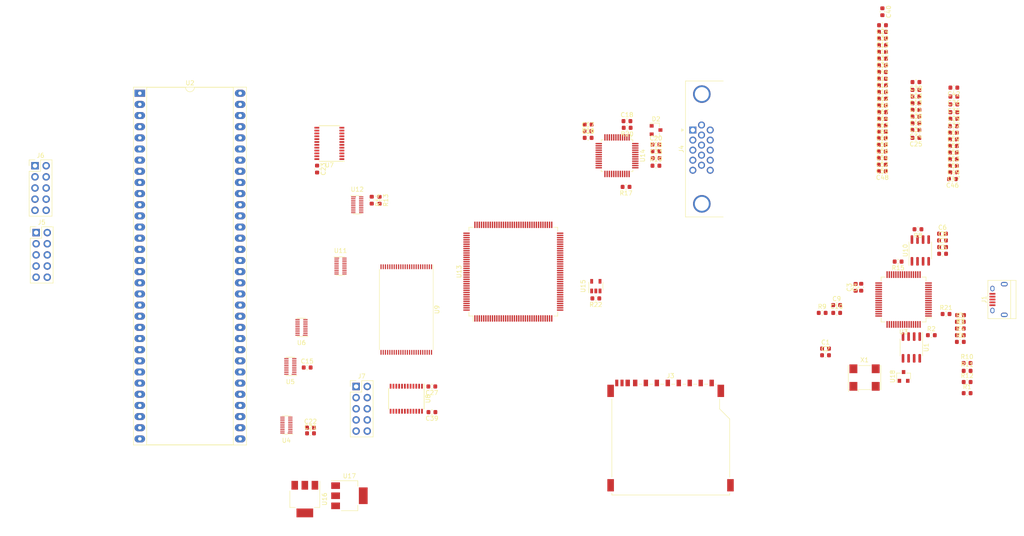
<source format=kicad_pcb>
(kicad_pcb (version 20171130) (host pcbnew "(5.1.2-1)-1")
  (layers (0 F.Cu signal) (31 B.Cu signal) (34 B.Paste user) (35 F.Paste user) (36 B.SilkS user) (37 F.SilkS user) (38 B.Mask user) (39 F.Mask user) (44 Edge.Cuts user))
  (net 0 "")
  (net 1 GND)
  (net 2 +3V3)
  (net 3 +1V8)
  (net 4 "Net-(C10-Pad1)")
  (net 5 "Net-(C10-Pad2)")
  (net 6 "Net-(C18-Pad1)")
  (net 7 "Net-(C20-Pad1)")
  (net 8 +5V)
  (net 9 +1V2)
  (net 10 "Net-(J1-Pad3)")
  (net 11 "Net-(J1-Pad2)")
  (net 12 VSYNC)
  (net 13 HSYNC)
  (net 14 "Net-(J4-Pad3)")
  (net 15 "Net-(J4-Pad2)")
  (net 16 "Net-(J4-Pad1)")
  (net 17 "Net-(R2-Pad1)")
  (net 18 "Net-(R3-Pad1)")
  (net 19 "Net-(R4-Pad1)")
  (net 20 "Net-(R5-Pad1)")
  (net 21 "Net-(R6-Pad1)")
  (net 22 "Net-(R7-Pad1)")
  (net 23 "Net-(R8-Pad1)")
  (net 24 "Net-(R10-Pad1)")
  (net 25 nHOLD)
  (net 26 nWP)
  (net 27 "Net-(J2-Pad5)")
  (net 28 "Net-(J2-Pad1)")
  (net 29 CRESET_Bn)
  (net 30 "Net-(R20-Pad1)")
  (net 31 "Net-(R21-Pad2)")
  (net 32 clk12)
  (net 33 "Net-(R22-Pad1)")
  (net 34 CLK68000)
  (net 35 /D5)
  (net 36 /A4)
  (net 37 /D6)
  (net 38 /A3)
  (net 39 /D7)
  (net 40 /A2)
  (net 41 /D8)
  (net 42 /A1)
  (net 43 /D9)
  (net 44 FC0)
  (net 45 /D10)
  (net 46 FC1)
  (net 47 /D11)
  (net 48 FC2)
  (net 49 /D12)
  (net 50 IPL0n)
  (net 51 /D13)
  (net 52 IPL1n)
  (net 53 /D14)
  (net 54 IPL2n)
  (net 55 /D15)
  (net 56 VPAn)
  (net 57 /A23)
  (net 58 E)
  (net 59 /A22)
  (net 60 VMAn)
  (net 61 /A21)
  (net 62 RESETn)
  (net 63 HALTn)
  (net 64 /A20)
  (net 65 /A19)
  (net 66 /A18)
  (net 67 /A17)
  (net 68 BRn)
  (net 69 /A16)
  (net 70 BGACKn)
  (net 71 /A15)
  (net 72 BGn)
  (net 73 /A14)
  (net 74 DTACKn)
  (net 75 /A13)
  (net 76 R_Wn)
  (net 77 /A12)
  (net 78 LDSn)
  (net 79 /A11)
  (net 80 UDSn)
  (net 81 /A10)
  (net 82 ASn)
  (net 83 /A9)
  (net 84 /D0)
  (net 85 /A8)
  (net 86 /D1)
  (net 87 /A7)
  (net 88 /D2)
  (net 89 /A6)
  (net 90 /D3)
  (net 91 /A5)
  (net 92 /D4)
  (net 93 TX)
  (net 94 RX)
  (net 95 CDONE)
  (net 96 "Net-(U10-Pad2)")
  (net 97 "Net-(U10-Pad5)")
  (net 98 /a1)
  (net 99 /a2)
  (net 100 /a3)
  (net 101 /a4)
  (net 102 ADDR_OE)
  (net 103 /a5)
  (net 104 /a6)
  (net 105 /a7)
  (net 106 /a8)
  (net 107 /a16)
  (net 108 /a15)
  (net 109 /a14)
  (net 110 /a13)
  (net 111 /a12)
  (net 112 /a11)
  (net 113 /a10)
  (net 114 /a9)
  (net 115 /a23)
  (net 116 /a22)
  (net 117 /a21)
  (net 118 /a20)
  (net 119 /a19)
  (net 120 /a18)
  (net 121 /a17)
  (net 122 DIR)
  (net 123 /d0)
  (net 124 /d1)
  (net 125 /d2)
  (net 126 /d3)
  (net 127 /d4)
  (net 128 /d5)
  (net 129 /d6)
  (net 130 /d7)
  (net 131 DATA_OEn)
  (net 132 /d15)
  (net 133 /d14)
  (net 134 /d13)
  (net 135 /d12)
  (net 136 /d11)
  (net 137 /d10)
  (net 138 /d9)
  (net 139 /d8)
  (net 140 "Net-(U13-Pad22)")
  (net 141 "Net-(U11-Pad3)")
  (net 142 "Net-(U11-Pad2)")
  (net 143 "Net-(U11-Pad1)")
  (net 144 "Net-(U11-Pad8)")
  (net 145 "Net-(U11-Pad7)")
  (net 146 "Net-(U11-Pad4)")
  (net 147 "Net-(U12-Pad1)")
  (net 148 "Net-(U12-Pad2)")
  (net 149 "Net-(U12-Pad3)")
  (net 150 "Net-(U12-Pad7)")
  (net 151 PS2_DATA)
  (net 152 PS2_CLK)
  (net 153 "Net-(U13-Pad104)")
  (net 154 "Net-(U13-Pad102)")
  (net 155 /b7)
  (net 156 /b6)
  (net 157 /b5)
  (net 158 /b4)
  (net 159 /b3)
  (net 160 /b2)
  (net 161 /b1)
  (net 162 /b0)
  (net 163 /g7)
  (net 164 /g6)
  (net 165 /g5)
  (net 166 /g4)
  (net 167 /g3)
  (net 168 /g2)
  (net 169 /g1)
  (net 170 /g0)
  (net 171 /r7)
  (net 172 /r6)
  (net 173 /r5)
  (net 174 /r4)
  (net 175 /r3)
  (net 176 /r2)
  (net 177 /r1)
  (net 178 /r0)
  (net 179 "Net-(J3-Pad7)")
  (net 180 "Net-(J3-Pad5)")
  (net 181 "Net-(J3-Pad2)")
  (net 182 "Net-(J3-Pad1)")
  (net 183 "Net-(U13-Pad45)")
  (net 184 "Net-(R1-Pad1)")
  (net 185 "Net-(U12-Pad4)")
  (net 186 BERRn)
  (module Connectors:USB_Micro-B (layer F.Cu) (at 275.59 99.06 90)
    (fp_text reference J1 (at 0 -3.24 90) (layer F.SilkS))
    (fp_text value USB_B_Micro)
    (pad 6 thru_hole oval (at 3.5 1.35 180) (size 1.55 1) (drill oval 1.15 0.5) (layers *.Cu *.Mask) (net 1 GND))
    (pad 6 thru_hole oval (at -3.5 1.35 180) (size 1.55 1) (drill oval 1.15 0.5) (layers *.Cu *.Mask) (net 1 GND))
    (pad 6 thru_hole oval (at 2.5 -1.35 180) (size 0.95 1.25) (drill oval 0.55 0.85) (layers *.Cu *.Mask) (net 1 GND))
    (pad 6 thru_hole oval (at -2.5 -1.35 180) (size 0.95 1.25) (drill oval 0.55 0.85) (layers *.Cu *.Mask) (net 1 GND))
    (pad 5 smd rect (at 1.3 -1.35 180) (size 1.35 0.4) (layers F.Cu F.Paste F.Mask) (net 1 GND))
    (pad 4 smd rect (at 0.65 -1.35 180) (size 1.35 0.4) (layers F.Cu F.Paste F.Mask))
    (pad 3 smd rect (at 0 -1.35 180) (size 1.35 0.4) (layers F.Cu F.Paste F.Mask) (net 10 "Net-(J1-Pad3)"))
    (pad 2 smd rect (at -0.65 -1.35 180) (size 1.35 0.4) (layers F.Cu F.Paste F.Mask) (net 11 "Net-(J1-Pad2)"))
    (pad 1 smd rect (at -1.3 -1.35 180) (size 1.35 0.4) (layers F.Cu F.Paste F.Mask) (net 8 +5V))
  )
  (module Capacitor_SMD:C_0603_1608Metric (layer F.Cu) (at 236.22 110.236)
    (fp_text reference C1 (at 0 -1.43) (layer F.SilkS))
    (fp_text value 0.1uF)
    (pad 1 smd roundrect (at -0.7875 0) (size 0.875 0.95) (layers F.Cu F.Paste F.Mask) (net 2 +3V3))
    (pad 2 smd roundrect (at 0.7875 0) (size 0.875 0.95) (layers F.Cu F.Paste F.Mask) (net 1 GND))
  )
  (module Capacitor_SMD:C_0603_1608Metric (layer F.Cu) (at 236.22 111.76)
    (fp_text reference C2 (at 0 -1.43) (layer F.SilkS))
    (fp_text value 0.1uF)
    (pad 2 smd roundrect (at 0.7875 0) (size 0.875 0.95) (layers F.Cu F.Paste F.Mask) (net 1 GND))
    (pad 1 smd roundrect (at -0.7875 0) (size 0.875 0.95) (layers F.Cu F.Paste F.Mask) (net 2 +3V3))
  )
  (module Capacitor_SMD:C_0603_1608Metric (layer F.Cu) (at 243.078 96.2915 90)
    (fp_text reference C3 (at 0 -1.43 90) (layer F.SilkS))
    (fp_text value 10uF)
    (pad 2 smd roundrect (at 0.7875 0 90) (size 0.875 0.95) (layers F.Cu F.Paste F.Mask) (net 1 GND))
    (pad 1 smd roundrect (at -0.7875 0 90) (size 0.875 0.95) (layers F.Cu F.Paste F.Mask) (net 3 +1V8))
  )
  (module Capacitor_SMD:C_0603_1608Metric (layer F.Cu) (at 244.348 96.266 90)
    (fp_text reference C4 (at 0 -1.43 90) (layer F.SilkS))
    (fp_text value 0.1uF)
    (pad 1 smd roundrect (at -0.7875 0 90) (size 0.875 0.95) (layers F.Cu F.Paste F.Mask) (net 3 +1V8))
    (pad 2 smd roundrect (at 0.7875 0 90) (size 0.875 0.95) (layers F.Cu F.Paste F.Mask) (net 1 GND))
  )
  (module Capacitor_SMD:C_0603_1608Metric (layer F.Cu) (at 262.89 88.646)
    (fp_text reference C5 (at 0 -1.43) (layer F.SilkS))
    (fp_text value 4.7uF)
    (pad 1 smd roundrect (at -0.7875 0) (size 0.875 0.95) (layers F.Cu F.Paste F.Mask) (net 2 +3V3))
    (pad 2 smd roundrect (at 0.7875 0) (size 0.875 0.95) (layers F.Cu F.Paste F.Mask) (net 1 GND))
  )
  (module Capacitor_SMD:C_0603_1608Metric (layer F.Cu) (at 262.8645 84.074)
    (fp_text reference C6 (at 0 -1.43) (layer F.SilkS))
    (fp_text value 0.1uF)
    (pad 1 smd roundrect (at -0.7875 0) (size 0.875 0.95) (layers F.Cu F.Paste F.Mask) (net 2 +3V3))
    (pad 2 smd roundrect (at 0.7875 0) (size 0.875 0.95) (layers F.Cu F.Paste F.Mask) (net 1 GND))
  )
  (module Capacitor_SMD:C_0603_1608Metric (layer F.Cu) (at 262.89 87.122)
    (fp_text reference C7 (at 0 -1.43) (layer F.SilkS))
    (fp_text value 0.1uF)
    (pad 2 smd roundrect (at 0.7875 0) (size 0.875 0.95) (layers F.Cu F.Paste F.Mask) (net 1 GND))
    (pad 1 smd roundrect (at -0.7875 0) (size 0.875 0.95) (layers F.Cu F.Paste F.Mask) (net 2 +3V3))
  )
  (module Capacitor_SMD:C_0603_1608Metric (layer F.Cu) (at 262.8645 85.598)
    (fp_text reference C8 (at 0 -1.43) (layer F.SilkS))
    (fp_text value 4.7uF)
    (pad 1 smd roundrect (at -0.7875 0) (size 0.875 0.95) (layers F.Cu F.Paste F.Mask) (net 2 +3V3))
    (pad 2 smd roundrect (at 0.7875 0) (size 0.875 0.95) (layers F.Cu F.Paste F.Mask) (net 1 GND))
  )
  (module Capacitor_SMD:C_0603_1608Metric (layer F.Cu) (at 238.76 100.33)
    (fp_text reference C9 (at 0 -1.43) (layer F.SilkS))
    (fp_text value 10uF)
    (pad 2 smd roundrect (at 0.7875 0) (size 0.875 0.95) (layers F.Cu F.Paste F.Mask) (net 5 "Net-(C10-Pad2)"))
    (pad 1 smd roundrect (at -0.7875 0) (size 0.875 0.95) (layers F.Cu F.Paste F.Mask) (net 4 "Net-(C10-Pad1)"))
  )
  (module Capacitor_SMD:C_0603_1608Metric (layer F.Cu) (at 238.76 102.108)
    (fp_text reference C10 (at 0 -1.43) (layer F.SilkS))
    (fp_text value 0.1uF)
    (pad 1 smd roundrect (at -0.7875 0) (size 0.875 0.95) (layers F.Cu F.Paste F.Mask) (net 4 "Net-(C10-Pad1)"))
    (pad 2 smd roundrect (at 0.7875 0) (size 0.875 0.95) (layers F.Cu F.Paste F.Mask) (net 5 "Net-(C10-Pad2)"))
  )
  (module Capacitor_SMD:C_0603_1608Metric (layer F.Cu) (at 249.1995 41.148 180)
    (fp_text reference C11 (at 0 -1.43) (layer F.SilkS))
    (fp_text value 0.1uF)
    (pad 2 smd roundrect (at 0.7875 0 180) (size 0.875 0.95) (layers F.Cu F.Paste F.Mask) (net 1 GND))
    (pad 1 smd roundrect (at -0.7875 0 180) (size 0.875 0.95) (layers F.Cu F.Paste F.Mask) (net 2 +3V3))
  )
  (module Capacitor_SMD:C_0603_1608Metric (layer F.Cu) (at 249.174 48.768 180)
    (fp_text reference C12 (at 0 -1.43) (layer F.SilkS))
    (fp_text value 0.1uF)
    (pad 2 smd roundrect (at 0.7875 0 180) (size 0.875 0.95) (layers F.Cu F.Paste F.Mask) (net 1 GND))
    (pad 1 smd roundrect (at -0.7875 0 180) (size 0.875 0.95) (layers F.Cu F.Paste F.Mask) (net 2 +3V3))
  )
  (module Capacitor_SMD:C_0603_1608Metric (layer F.Cu) (at 249.1995 39.624 180)
    (fp_text reference C13 (at 0 -1.43) (layer F.SilkS))
    (fp_text value 0.1uF)
    (pad 1 smd roundrect (at -0.7875 0 180) (size 0.875 0.95) (layers F.Cu F.Paste F.Mask) (net 2 +3V3))
    (pad 2 smd roundrect (at 0.7875 0 180) (size 0.875 0.95) (layers F.Cu F.Paste F.Mask) (net 1 GND))
  )
  (module Capacitor_SMD:C_0603_1608Metric (layer F.Cu) (at 249.1995 47.244 180)
    (fp_text reference C14 (at 0 -1.43) (layer F.SilkS))
    (fp_text value 0.1uF)
    (pad 1 smd roundrect (at -0.7875 0 180) (size 0.875 0.95) (layers F.Cu F.Paste F.Mask) (net 2 +3V3))
    (pad 2 smd roundrect (at 0.7875 0 180) (size 0.875 0.95) (layers F.Cu F.Paste F.Mask) (net 1 GND))
  )
  (module Capacitor_SMD:C_0603_1608Metric (layer F.Cu) (at 118.1355 114.554)
    (fp_text reference C15 (at 0 -1.43) (layer F.SilkS))
    (fp_text value 0.1uF)
    (pad 1 smd roundrect (at -0.7875 0) (size 0.875 0.95) (layers F.Cu F.Paste F.Mask) (net 2 +3V3))
    (pad 2 smd roundrect (at 0.7875 0) (size 0.875 0.95) (layers F.Cu F.Paste F.Mask) (net 1 GND))
  )
  (module Capacitor_SMD:C_0603_1608Metric (layer F.Cu) (at 249.1995 50.292 180)
    (fp_text reference C16 (at 0 -1.43) (layer F.SilkS))
    (fp_text value 0.1uF)
    (pad 2 smd roundrect (at 0.7875 0 180) (size 0.875 0.95) (layers F.Cu F.Paste F.Mask) (net 1 GND))
    (pad 1 smd roundrect (at -0.7875 0 180) (size 0.875 0.95) (layers F.Cu F.Paste F.Mask) (net 2 +3V3))
  )
  (module Capacitor_SMD:C_0603_1608Metric (layer F.Cu) (at 182.0925 60.706)
    (fp_text reference C17 (at 0 -1.43) (layer F.SilkS))
    (fp_text value 0.1uF)
    (pad 2 smd roundrect (at 0.7875 0) (size 0.875 0.95) (layers F.Cu F.Paste F.Mask) (net 1 GND))
    (pad 1 smd roundrect (at -0.7875 0) (size 0.875 0.95) (layers F.Cu F.Paste F.Mask) (net 2 +3V3))
  )
  (module Capacitor_SMD:C_0603_1608Metric (layer F.Cu) (at 190.9825 58.42)
    (fp_text reference C18 (at 0 -1.43) (layer F.SilkS))
    (fp_text value 1uF)
    (pad 2 smd roundrect (at 0.7875 0) (size 0.875 0.95) (layers F.Cu F.Paste F.Mask) (net 1 GND))
    (pad 1 smd roundrect (at -0.7875 0) (size 0.875 0.95) (layers F.Cu F.Paste F.Mask) (net 6 "Net-(C18-Pad1)"))
  )
  (module Capacitor_SMD:C_0603_1608Metric (layer F.Cu) (at 182.1435 62.23)
    (fp_text reference C19 (at 0 -1.43) (layer F.SilkS))
    (fp_text value 0.1uF)
    (pad 1 smd roundrect (at -0.7875 0) (size 0.875 0.95) (layers F.Cu F.Paste F.Mask) (net 2 +3V3))
    (pad 2 smd roundrect (at 0.7875 0) (size 0.875 0.95) (layers F.Cu F.Paste F.Mask) (net 1 GND))
  )
  (module Capacitor_SMD:C_0603_1608Metric (layer F.Cu) (at 197.5865 63.754)
    (fp_text reference C20 (at 0 -1.43) (layer F.SilkS))
    (fp_text value 0.1uF)
    (pad 1 smd roundrect (at -0.7875 0) (size 0.875 0.95) (layers F.Cu F.Paste F.Mask) (net 7 "Net-(C20-Pad1)"))
    (pad 2 smd roundrect (at 0.7875 0) (size 0.875 0.95) (layers F.Cu F.Paste F.Mask) (net 2 +3V3))
  )
  (module Capacitor_SMD:C_0603_1608Metric (layer F.Cu) (at 118.8975 129.54)
    (fp_text reference C21 (at 0 -1.43) (layer F.SilkS))
    (fp_text value 0.1uF)
    (pad 2 smd roundrect (at 0.7875 0) (size 0.875 0.95) (layers F.Cu F.Paste F.Mask) (net 1 GND))
    (pad 1 smd roundrect (at -0.7875 0) (size 0.875 0.95) (layers F.Cu F.Paste F.Mask) (net 2 +3V3))
  )
  (module Capacitor_SMD:C_0603_1608Metric (layer F.Cu) (at 118.8975 128.27)
    (fp_text reference C22 (at 0 -1.43) (layer F.SilkS))
    (fp_text value 0.1uF)
    (pad 1 smd roundrect (at -0.7875 0) (size 0.875 0.95) (layers F.Cu F.Paste F.Mask) (net 2 +3V3))
    (pad 2 smd roundrect (at 0.7875 0) (size 0.875 0.95) (layers F.Cu F.Paste F.Mask) (net 1 GND))
  )
  (module Capacitor_SMD:C_0603_1608Metric (layer F.Cu) (at 120.396 69.342 270)
    (fp_text reference C23 (at 0 -1.43 90) (layer F.SilkS))
    (fp_text value 0.1uF)
    (pad 1 smd roundrect (at -0.7875 0 270) (size 0.875 0.95) (layers F.Cu F.Paste F.Mask) (net 8 +5V))
    (pad 2 smd roundrect (at 0.7875 0 270) (size 0.875 0.95) (layers F.Cu F.Paste F.Mask) (net 1 GND))
  )
  (module Capacitor_SMD:C_0603_1608Metric (layer F.Cu) (at 249.1995 36.576 180)
    (fp_text reference C24 (at 0 -1.43) (layer F.SilkS))
    (fp_text value 10uF)
    (pad 1 smd roundrect (at -0.7875 0 180) (size 0.875 0.95) (layers F.Cu F.Paste F.Mask) (net 2 +3V3))
    (pad 2 smd roundrect (at 0.7875 0 180) (size 0.875 0.95) (layers F.Cu F.Paste F.Mask) (net 1 GND))
  )
  (module Capacitor_SMD:C_0603_1608Metric (layer F.Cu) (at 256.8195 62.23 180)
    (fp_text reference C25 (at 0 -1.43) (layer F.SilkS))
    (fp_text value 10uF)
    (pad 1 smd roundrect (at -0.7875 0 180) (size 0.875 0.95) (layers F.Cu F.Paste F.Mask) (net 9 +1V2))
    (pad 2 smd roundrect (at 0.7875 0 180) (size 0.875 0.95) (layers F.Cu F.Paste F.Mask) (net 1 GND))
  )
  (module Capacitor_SMD:C_0603_1608Metric (layer F.Cu) (at 265.4555 52.832 180)
    (fp_text reference C26 (at 0 -1.43) (layer F.SilkS))
    (fp_text value 10uF)
    (pad 2 smd roundrect (at 0.7875 0 180) (size 0.875 0.95) (layers F.Cu F.Paste F.Mask) (net 1 GND))
    (pad 1 smd roundrect (at -0.7875 0 180) (size 0.875 0.95) (layers F.Cu F.Paste F.Mask) (net 8 +5V))
  )
  (module Capacitor_SMD:C_0603_1608Metric (layer F.Cu) (at 146.5325 118.872 180)
    (fp_text reference C27 (at 0 -1.43) (layer F.SilkS))
    (fp_text value 1uF)
    (pad 2 smd roundrect (at 0.7875 0 180) (size 0.875 0.95) (layers F.Cu F.Paste F.Mask) (net 1 GND))
    (pad 1 smd roundrect (at -0.7875 0 180) (size 0.875 0.95) (layers F.Cu F.Paste F.Mask) (net 2 +3V3))
  )
  (module Capacitor_SMD:C_0603_1608Metric (layer F.Cu) (at 256.8195 49.53 180)
    (fp_text reference C28 (at 0 -1.43) (layer F.SilkS))
    (fp_text value 1uF)
    (pad 2 smd roundrect (at 0.7875 0 180) (size 0.875 0.95) (layers F.Cu F.Paste F.Mask) (net 1 GND))
    (pad 1 smd roundrect (at -0.7875 0 180) (size 0.875 0.95) (layers F.Cu F.Paste F.Mask) (net 9 +1V2))
  )
  (module Capacitor_SMD:C_0603_1608Metric (layer F.Cu) (at 265.4555 56.388 180)
    (fp_text reference C29 (at 0 -1.43) (layer F.SilkS))
    (fp_text value 1uF)
    (pad 1 smd roundrect (at -0.7875 0 180) (size 0.875 0.95) (layers F.Cu F.Paste F.Mask) (net 8 +5V))
    (pad 2 smd roundrect (at 0.7875 0 180) (size 0.875 0.95) (layers F.Cu F.Paste F.Mask) (net 1 GND))
  )
  (module Capacitor_SMD:C_0603_1608Metric (layer F.Cu) (at 249.1995 38.1 180)
    (fp_text reference C30 (at 0 -1.43) (layer F.SilkS))
    (fp_text value 0.1uF)
    (pad 1 smd roundrect (at -0.7875 0 180) (size 0.875 0.95) (layers F.Cu F.Paste F.Mask) (net 2 +3V3))
    (pad 2 smd roundrect (at 0.7875 0 180) (size 0.875 0.95) (layers F.Cu F.Paste F.Mask) (net 1 GND))
  )
  (module Capacitor_SMD:C_0603_1608Metric (layer F.Cu) (at 256.8195 58.928 180)
    (fp_text reference C31 (at 0 -1.43) (layer F.SilkS))
    (fp_text value 0.1uF)
    (pad 1 smd roundrect (at -0.7875 0 180) (size 0.875 0.95) (layers F.Cu F.Paste F.Mask) (net 9 +1V2))
    (pad 2 smd roundrect (at 0.7875 0 180) (size 0.875 0.95) (layers F.Cu F.Paste F.Mask) (net 1 GND))
  )
  (module Capacitor_SMD:C_0603_1608Metric (layer F.Cu) (at 265.4555 57.912 180)
    (fp_text reference C32 (at 0 -1.43) (layer F.SilkS))
    (fp_text value 0.1uF)
    (pad 2 smd roundrect (at 0.7875 0 180) (size 0.875 0.95) (layers F.Cu F.Paste F.Mask) (net 1 GND))
    (pad 1 smd roundrect (at -0.7875 0 180) (size 0.875 0.95) (layers F.Cu F.Paste F.Mask) (net 8 +5V))
  )
  (module Capacitor_SMD:C_0603_1608Metric (layer F.Cu) (at 197.6375 66.853)
    (fp_text reference C33 (at 0 -1.43) (layer F.SilkS))
    (fp_text value 0.1uF)
    (pad 2 smd roundrect (at 0.7875 0) (size 0.875 0.95) (layers F.Cu F.Paste F.Mask) (net 1 GND))
    (pad 1 smd roundrect (at -0.7875 0) (size 0.875 0.95) (layers F.Cu F.Paste F.Mask) (net 2 +3V3))
  )
  (module Capacitor_SMD:C_0603_1608Metric (layer F.Cu) (at 256.794 60.452 180)
    (fp_text reference C34 (at 0 -1.43) (layer F.SilkS))
    (fp_text value 0.1uF)
    (pad 1 smd roundrect (at -0.7875 0 180) (size 0.875 0.95) (layers F.Cu F.Paste F.Mask) (net 9 +1V2))
    (pad 2 smd roundrect (at 0.7875 0 180) (size 0.875 0.95) (layers F.Cu F.Paste F.Mask) (net 1 GND))
  )
  (module Capacitor_SMD:C_0603_1608Metric (layer F.Cu) (at 265.4555 54.61 180)
    (fp_text reference C35 (at 0 -1.43) (layer F.SilkS))
    (fp_text value 0.1uF)
    (pad 2 smd roundrect (at 0.7875 0 180) (size 0.875 0.95) (layers F.Cu F.Paste F.Mask) (net 1 GND))
    (pad 1 smd roundrect (at -0.7875 0 180) (size 0.875 0.95) (layers F.Cu F.Paste F.Mask) (net 8 +5V))
  )
  (module Capacitor_SMD:C_0603_1608Metric (layer F.Cu) (at 249.1995 44.196 180)
    (fp_text reference C36 (at 0 -1.43) (layer F.SilkS))
    (fp_text value 10uF)
    (pad 2 smd roundrect (at 0.7875 0 180) (size 0.875 0.95) (layers F.Cu F.Paste F.Mask) (net 1 GND))
    (pad 1 smd roundrect (at -0.7875 0 180) (size 0.875 0.95) (layers F.Cu F.Paste F.Mask) (net 2 +3V3))
  )
  (module Capacitor_SMD:C_0603_1608Metric (layer F.Cu) (at 249.1995 42.672 180)
    (fp_text reference C37 (at 0 -1.43) (layer F.SilkS))
    (fp_text value 0.1uF)
    (pad 1 smd roundrect (at -0.7875 0 180) (size 0.875 0.95) (layers F.Cu F.Paste F.Mask) (net 2 +3V3))
    (pad 2 smd roundrect (at 0.7875 0 180) (size 0.875 0.95) (layers F.Cu F.Paste F.Mask) (net 1 GND))
  )
  (module Capacitor_SMD:C_0603_1608Metric (layer F.Cu) (at 256.8195 55.88 180)
    (fp_text reference C38 (at 0 -1.43) (layer F.SilkS))
    (fp_text value 0.1uF)
    (pad 2 smd roundrect (at 0.7875 0 180) (size 0.875 0.95) (layers F.Cu F.Paste F.Mask) (net 1 GND))
    (pad 1 smd roundrect (at -0.7875 0 180) (size 0.875 0.95) (layers F.Cu F.Paste F.Mask) (net 9 +1V2))
  )
  (module Capacitor_SMD:C_0603_1608Metric (layer F.Cu) (at 146.558 124.714 180)
    (fp_text reference C39 (at 0 -1.43) (layer F.SilkS))
    (fp_text value 0.1uF)
    (pad 1 smd roundrect (at -0.7875 0 180) (size 0.875 0.95) (layers F.Cu F.Paste F.Mask) (net 8 +5V))
    (pad 2 smd roundrect (at 0.7875 0 180) (size 0.875 0.95) (layers F.Cu F.Paste F.Mask) (net 1 GND))
  )
  (module Capacitor_SMD:C_0603_1608Metric (layer F.Cu) (at 249.174 33.5025 270)
    (fp_text reference C40 (at 0 -1.43 90) (layer F.SilkS))
    (fp_text value 0.01uF)
    (pad 2 smd roundrect (at 0.7875 0 270) (size 0.875 0.95) (layers F.Cu F.Paste F.Mask) (net 1 GND))
    (pad 1 smd roundrect (at -0.7875 0 270) (size 0.875 0.95) (layers F.Cu F.Paste F.Mask) (net 2 +3V3))
  )
  (module Capacitor_SMD:C_0603_1608Metric (layer F.Cu) (at 256.8195 54.356 180)
    (fp_text reference C41 (at 0 -1.43) (layer F.SilkS))
    (fp_text value 0.1uF)
    (pad 1 smd roundrect (at -0.7875 0 180) (size 0.875 0.95) (layers F.Cu F.Paste F.Mask) (net 9 +1V2))
    (pad 2 smd roundrect (at 0.7875 0 180) (size 0.875 0.95) (layers F.Cu F.Paste F.Mask) (net 1 GND))
  )
  (module Capacitor_SMD:C_0603_1608Metric (layer F.Cu) (at 265.4555 50.8 180)
    (fp_text reference C42 (at 0 -1.43) (layer F.SilkS))
    (fp_text value 0.01uF)
    (pad 1 smd roundrect (at -0.7875 0 180) (size 0.875 0.95) (layers F.Cu F.Paste F.Mask) (net 8 +5V))
    (pad 2 smd roundrect (at 0.7875 0 180) (size 0.875 0.95) (layers F.Cu F.Paste F.Mask) (net 1 GND))
  )
  (module Capacitor_SMD:C_0603_1608Metric (layer F.Cu) (at 256.794 52.832 180)
    (fp_text reference C43 (at 0 -1.43) (layer F.SilkS))
    (fp_text value 0.01uF)
    (pad 2 smd roundrect (at 0.7875 0 180) (size 0.875 0.95) (layers F.Cu F.Paste F.Mask) (net 1 GND))
    (pad 1 smd roundrect (at -0.7875 0 180) (size 0.875 0.95) (layers F.Cu F.Paste F.Mask) (net 9 +1V2))
  )
  (module Capacitor_SMD:C_0603_1608Metric (layer F.Cu) (at 249.1995 45.72 180)
    (fp_text reference C44 (at 0 -1.43) (layer F.SilkS))
    (fp_text value 0.1uF)
    (pad 2 smd roundrect (at 0.7875 0 180) (size 0.875 0.95) (layers F.Cu F.Paste F.Mask) (net 1 GND))
    (pad 1 smd roundrect (at -0.7875 0 180) (size 0.875 0.95) (layers F.Cu F.Paste F.Mask) (net 2 +3V3))
  )
  (module Capacitor_SMD:C_0603_1608Metric (layer F.Cu) (at 256.8195 57.404 180)
    (fp_text reference C45 (at 0 -1.43) (layer F.SilkS))
    (fp_text value 10uF)
    (pad 2 smd roundrect (at 0.7875 0 180) (size 0.875 0.95) (layers F.Cu F.Paste F.Mask) (net 1 GND))
    (pad 1 smd roundrect (at -0.7875 0 180) (size 0.875 0.95) (layers F.Cu F.Paste F.Mask) (net 9 +1V2))
  )
  (module Capacitor_SMD:C_0603_1608Metric (layer F.Cu) (at 265.1505 71.628 180)
    (fp_text reference C46 (at 0 -1.43) (layer F.SilkS))
    (fp_text value 0.01uF)
    (pad 2 smd roundrect (at 0.7875 0 180) (size 0.875 0.95) (layers F.Cu F.Paste F.Mask) (net 1 GND))
    (pad 1 smd roundrect (at -0.7875 0 180) (size 0.875 0.95) (layers F.Cu F.Paste F.Mask) (net 8 +5V))
  )
  (module Capacitor_SMD:C_0603_1608Metric (layer F.Cu) (at 265.43 70.104 180)
    (fp_text reference C47 (at 0 -1.43) (layer F.SilkS))
    (fp_text value 0.01uF)
    (pad 1 smd roundrect (at -0.7875 0 180) (size 0.875 0.95) (layers F.Cu F.Paste F.Mask) (net 8 +5V))
    (pad 2 smd roundrect (at 0.7875 0 180) (size 0.875 0.95) (layers F.Cu F.Paste F.Mask) (net 1 GND))
  )
  (module Capacitor_SMD:C_0603_1608Metric (layer F.Cu) (at 249.174 69.85 180)
    (fp_text reference C48 (at 0 -1.43) (layer F.SilkS))
    (fp_text value 0.01uF)
    (pad 2 smd roundrect (at 0.7875 0 180) (size 0.875 0.95) (layers F.Cu F.Paste F.Mask) (net 1 GND))
    (pad 1 smd roundrect (at -0.7875 0 180) (size 0.875 0.95) (layers F.Cu F.Paste F.Mask) (net 2 +3V3))
  )
  (module Capacitor_SMD:C_0603_1608Metric (layer F.Cu) (at 265.354999 68.628999 180)
    (fp_text reference C49 (at 0 -1.43) (layer F.SilkS))
    (fp_text value 0.01uF)
    (pad 2 smd roundrect (at 0.7875 0 180) (size 0.875 0.95) (layers F.Cu F.Paste F.Mask) (net 1 GND))
    (pad 1 smd roundrect (at -0.7875 0 180) (size 0.875 0.95) (layers F.Cu F.Paste F.Mask) (net 8 +5V))
  )
  (module Capacitor_SMD:C_0603_1608Metric (layer F.Cu) (at 249.136999 68.374999 180)
    (fp_text reference C50 (at 0 -1.43) (layer F.SilkS))
    (fp_text value 0.01uF)
    (pad 1 smd roundrect (at -0.7875 0 180) (size 0.875 0.95) (layers F.Cu F.Paste F.Mask) (net 2 +3V3))
    (pad 2 smd roundrect (at 0.7875 0 180) (size 0.875 0.95) (layers F.Cu F.Paste F.Mask) (net 1 GND))
  )
  (module Capacitor_SMD:C_0603_1608Metric (layer F.Cu) (at 265.354999 67.118999 180)
    (fp_text reference C51 (at 0 -1.43) (layer F.SilkS))
    (fp_text value 0.01uF)
    (pad 1 smd roundrect (at -0.7875 0 180) (size 0.875 0.95) (layers F.Cu F.Paste F.Mask) (net 8 +5V))
    (pad 2 smd roundrect (at 0.7875 0 180) (size 0.875 0.95) (layers F.Cu F.Paste F.Mask) (net 1 GND))
  )
  (module Capacitor_SMD:C_0603_1608Metric (layer F.Cu) (at 249.136999 66.864999 180)
    (fp_text reference C52 (at 0 -1.43) (layer F.SilkS))
    (fp_text value 0.01uF)
    (pad 2 smd roundrect (at 0.7875 0 180) (size 0.875 0.95) (layers F.Cu F.Paste F.Mask) (net 1 GND))
    (pad 1 smd roundrect (at -0.7875 0 180) (size 0.875 0.95) (layers F.Cu F.Paste F.Mask) (net 2 +3V3))
  )
  (module Capacitor_SMD:C_0603_1608Metric (layer F.Cu) (at 265.354999 65.608999 180)
    (fp_text reference C53 (at 0 -1.43) (layer F.SilkS))
    (fp_text value 0.01uF)
    (pad 2 smd roundrect (at 0.7875 0 180) (size 0.875 0.95) (layers F.Cu F.Paste F.Mask) (net 1 GND))
    (pad 1 smd roundrect (at -0.7875 0 180) (size 0.875 0.95) (layers F.Cu F.Paste F.Mask) (net 8 +5V))
  )
  (module Capacitor_SMD:C_0603_1608Metric (layer F.Cu) (at 249.136999 65.354999 180)
    (fp_text reference C54 (at 0 -1.43) (layer F.SilkS))
    (fp_text value 0.01uF)
    (pad 1 smd roundrect (at -0.7875 0 180) (size 0.875 0.95) (layers F.Cu F.Paste F.Mask) (net 2 +3V3))
    (pad 2 smd roundrect (at 0.7875 0 180) (size 0.875 0.95) (layers F.Cu F.Paste F.Mask) (net 1 GND))
  )
  (module Capacitor_SMD:C_0603_1608Metric (layer F.Cu) (at 265.354999 64.098999 180)
    (fp_text reference C55 (at 0 -1.43) (layer F.SilkS))
    (fp_text value 0.01uF)
    (pad 1 smd roundrect (at -0.7875 0 180) (size 0.875 0.95) (layers F.Cu F.Paste F.Mask) (net 8 +5V))
    (pad 2 smd roundrect (at 0.7875 0 180) (size 0.875 0.95) (layers F.Cu F.Paste F.Mask) (net 1 GND))
  )
  (module Capacitor_SMD:C_0603_1608Metric (layer F.Cu) (at 249.136999 63.844999 180)
    (fp_text reference C56 (at 0 -1.43) (layer F.SilkS))
    (fp_text value 0.01uF)
    (pad 2 smd roundrect (at 0.7875 0 180) (size 0.875 0.95) (layers F.Cu F.Paste F.Mask) (net 1 GND))
    (pad 1 smd roundrect (at -0.7875 0 180) (size 0.875 0.95) (layers F.Cu F.Paste F.Mask) (net 2 +3V3))
  )
  (module Capacitor_SMD:C_0603_1608Metric (layer F.Cu) (at 265.354999 62.588999 180)
    (fp_text reference C57 (at 0 -1.43) (layer F.SilkS))
    (fp_text value 0.01uF)
    (pad 2 smd roundrect (at 0.7875 0 180) (size 0.875 0.95) (layers F.Cu F.Paste F.Mask) (net 1 GND))
    (pad 1 smd roundrect (at -0.7875 0 180) (size 0.875 0.95) (layers F.Cu F.Paste F.Mask) (net 8 +5V))
  )
  (module Capacitor_SMD:C_0603_1608Metric (layer F.Cu) (at 249.136999 62.334999 180)
    (fp_text reference C58 (at 0 -1.43) (layer F.SilkS))
    (fp_text value 0.01uF)
    (pad 1 smd roundrect (at -0.7875 0 180) (size 0.875 0.95) (layers F.Cu F.Paste F.Mask) (net 2 +3V3))
    (pad 2 smd roundrect (at 0.7875 0 180) (size 0.875 0.95) (layers F.Cu F.Paste F.Mask) (net 1 GND))
  )
  (module Capacitor_SMD:C_0603_1608Metric (layer F.Cu) (at 265.354999 61.078999 180)
    (fp_text reference C59 (at 0 -1.43) (layer F.SilkS))
    (fp_text value 0.01uF)
    (pad 1 smd roundrect (at -0.7875 0 180) (size 0.875 0.95) (layers F.Cu F.Paste F.Mask) (net 8 +5V))
    (pad 2 smd roundrect (at 0.7875 0 180) (size 0.875 0.95) (layers F.Cu F.Paste F.Mask) (net 1 GND))
  )
  (module Capacitor_SMD:C_0603_1608Metric (layer F.Cu) (at 249.136999 60.824999 180)
    (fp_text reference C60 (at 0 -1.43) (layer F.SilkS))
    (fp_text value 0.01uF)
    (pad 2 smd roundrect (at 0.7875 0 180) (size 0.875 0.95) (layers F.Cu F.Paste F.Mask) (net 1 GND))
    (pad 1 smd roundrect (at -0.7875 0 180) (size 0.875 0.95) (layers F.Cu F.Paste F.Mask) (net 2 +3V3))
  )
  (module Capacitor_SMD:C_0603_1608Metric (layer F.Cu) (at 265.354999 59.568999 180)
    (fp_text reference C61 (at 0 -1.43) (layer F.SilkS))
    (fp_text value 0.01uF)
    (pad 2 smd roundrect (at 0.7875 0 180) (size 0.875 0.95) (layers F.Cu F.Paste F.Mask) (net 1 GND))
    (pad 1 smd roundrect (at -0.7875 0 180) (size 0.875 0.95) (layers F.Cu F.Paste F.Mask) (net 8 +5V))
  )
  (module Capacitor_SMD:C_0603_1608Metric (layer F.Cu) (at 249.1995 51.816 180)
    (fp_text reference C62 (at 0 -1.43) (layer F.SilkS))
    (fp_text value 0.01uF)
    (pad 1 smd roundrect (at -0.7875 0 180) (size 0.875 0.95) (layers F.Cu F.Paste F.Mask) (net 2 +3V3))
    (pad 2 smd roundrect (at 0.7875 0 180) (size 0.875 0.95) (layers F.Cu F.Paste F.Mask) (net 1 GND))
  )
  (module Capacitor_SMD:C_0603_1608Metric (layer F.Cu) (at 249.174 57.912 180)
    (fp_text reference C63 (at 0 -1.43) (layer F.SilkS))
    (fp_text value 0.01uF)
    (pad 2 smd roundrect (at 0.7875 0 180) (size 0.875 0.95) (layers F.Cu F.Paste F.Mask) (net 1 GND))
    (pad 1 smd roundrect (at -0.7875 0 180) (size 0.875 0.95) (layers F.Cu F.Paste F.Mask) (net 2 +3V3))
  )
  (module Capacitor_SMD:C_0603_1608Metric (layer F.Cu) (at 249.1995 56.388 180)
    (fp_text reference C64 (at 0 -1.43) (layer F.SilkS))
    (fp_text value 0.01uF)
    (pad 1 smd roundrect (at -0.7875 0 180) (size 0.875 0.95) (layers F.Cu F.Paste F.Mask) (net 2 +3V3))
    (pad 2 smd roundrect (at 0.7875 0 180) (size 0.875 0.95) (layers F.Cu F.Paste F.Mask) (net 1 GND))
  )
  (module Capacitor_SMD:C_0603_1608Metric (layer F.Cu) (at 249.174 59.436 180)
    (fp_text reference C65 (at 0 -1.43) (layer F.SilkS))
    (fp_text value 0.01uF)
    (pad 2 smd roundrect (at 0.7875 0 180) (size 0.875 0.95) (layers F.Cu F.Paste F.Mask) (net 1 GND))
    (pad 1 smd roundrect (at -0.7875 0 180) (size 0.875 0.95) (layers F.Cu F.Paste F.Mask) (net 2 +3V3))
  )
  (module Capacitor_SMD:C_0603_1608Metric (layer F.Cu) (at 249.174 53.34 180)
    (fp_text reference C66 (at 0 -1.43) (layer F.SilkS))
    (fp_text value 0.01uF)
    (pad 1 smd roundrect (at -0.7875 0 180) (size 0.875 0.95) (layers F.Cu F.Paste F.Mask) (net 2 +3V3))
    (pad 2 smd roundrect (at 0.7875 0 180) (size 0.875 0.95) (layers F.Cu F.Paste F.Mask) (net 1 GND))
  )
  (module Capacitor_SMD:C_0603_1608Metric (layer F.Cu) (at 249.1995 54.864 180)
    (fp_text reference C67 (at 0 -1.43) (layer F.SilkS))
    (fp_text value 0.01uF)
    (pad 1 smd roundrect (at -0.7875 0 180) (size 0.875 0.95) (layers F.Cu F.Paste F.Mask) (net 2 +3V3))
    (pad 2 smd roundrect (at 0.7875 0 180) (size 0.875 0.95) (layers F.Cu F.Paste F.Mask) (net 1 GND))
  )
  (module Package_TO_SOT_SMD:SOT-23 (layer F.Cu) (at 197.612 60.452)
    (fp_text reference D2 (at 0 -2.5) (layer F.SilkS))
    (fp_text value AD1580)
    (pad 3 smd rect (at 1 0) (size 0.9 0.8) (layers F.Cu F.Paste F.Mask))
    (pad 2 smd rect (at -1 0.95) (size 0.9 0.8) (layers F.Cu F.Paste F.Mask) (net 1 GND))
    (pad 1 smd rect (at -1 -0.95) (size 0.9 0.8) (layers F.Cu F.Paste F.Mask) (net 6 "Net-(C18-Pad1)"))
  )
  (module Connector_Card:SD_TE_2041021 (layer F.Cu) (at 200.914 130.048)
    (fp_text reference J3 (at 0 -13.6) (layer F.SilkS))
    (fp_text value SD_Card)
    (pad 1 smd rect (at 6.875 -11.975) (size 1 1.5) (layers F.Cu F.Paste F.Mask) (net 182 "Net-(J3-Pad1)"))
    (pad 2 smd rect (at 4.375 -11.975) (size 1 1.5) (layers F.Cu F.Paste F.Mask) (net 181 "Net-(J3-Pad2)"))
    (pad 3 smd rect (at 1.875 -11.975) (size 1 1.5) (layers F.Cu F.Paste F.Mask) (net 1 GND))
    (pad 4 smd rect (at -0.625 -11.975) (size 1 1.5) (layers F.Cu F.Paste F.Mask) (net 2 +3V3))
    (pad 5 smd rect (at -3.125 -11.975) (size 1 1.5) (layers F.Cu F.Paste F.Mask) (net 180 "Net-(J3-Pad5)"))
    (pad 6 smd rect (at -5.625 -11.975) (size 1 1.5) (layers F.Cu F.Paste F.Mask) (net 1 GND))
    (pad 7 smd rect (at -8.055 -11.975) (size 1 1.5) (layers F.Cu F.Paste F.Mask) (net 179 "Net-(J3-Pad7)"))
    (pad 8 smd rect (at -9.755 -11.975) (size 1 1.5) (layers F.Cu F.Paste F.Mask))
    (pad 9 smd rect (at 9.375 -11.975) (size 1 1.5) (layers F.Cu F.Paste F.Mask))
    (pad 10 smd rect (at -11.055 -11.975) (size 0.7 1.5) (layers F.Cu F.Paste F.Mask))
    (pad 11 smd rect (at -12.255 -11.975) (size 0.7 1.5) (layers F.Cu F.Paste F.Mask))
    (pad "" np_thru_hole circle (at 9.5 -9.175) (size 1.6 1.6) (drill 1.6) (layers *.Cu *.Mask))
    (pad "" np_thru_hole circle (at -11.5 -9.175) (size 1.1 1.1) (drill 1.1) (layers *.Cu *.Mask))
    (pad 12 smd rect (at 11.45 -10.175) (size 1.5 2.8) (layers F.Cu F.Paste F.Mask) (net 1 GND))
    (pad 12 smd rect (at 13.65 11.325) (size 1.5 2.8) (layers F.Cu F.Paste F.Mask) (net 1 GND))
    (pad 12 smd rect (at -13.65 11.325) (size 1.5 2.8) (layers F.Cu F.Paste F.Mask) (net 1 GND))
    (pad 12 smd rect (at -13.65 -10.175) (size 1.5 2.8) (layers F.Cu F.Paste F.Mask) (net 1 GND))
  )
  (module Connector_Dsub:DSUB-15-HD_Female_Horizontal_P2.29x1.98mm_EdgePinOffset3.03mm_Housed_MountingHolesOffset4.94mm (layer F.Cu) (at 205.994 60.452 90)
    (fp_text reference J4 (at -4.315 -2.61 90) (layer F.SilkS))
    (fp_text value DB15_Male_HighDensity)
    (pad 1 thru_hole rect (at 0 0 90) (size 1.6 1.6) (drill 1) (layers *.Cu *.Mask) (net 16 "Net-(J4-Pad1)"))
    (pad 2 thru_hole circle (at -2.29 0 90) (size 1.6 1.6) (drill 1) (layers *.Cu *.Mask) (net 15 "Net-(J4-Pad2)"))
    (pad 3 thru_hole circle (at -4.58 0 90) (size 1.6 1.6) (drill 1) (layers *.Cu *.Mask) (net 14 "Net-(J4-Pad3)"))
    (pad 4 thru_hole circle (at -6.87 0 90) (size 1.6 1.6) (drill 1) (layers *.Cu *.Mask))
    (pad 5 thru_hole circle (at -9.16 0 90) (size 1.6 1.6) (drill 1) (layers *.Cu *.Mask) (net 1 GND))
    (pad 6 thru_hole circle (at 1.145 1.98 90) (size 1.6 1.6) (drill 1) (layers *.Cu *.Mask))
    (pad 7 thru_hole circle (at -1.145 1.98 90) (size 1.6 1.6) (drill 1) (layers *.Cu *.Mask))
    (pad 8 thru_hole circle (at -3.435 1.98 90) (size 1.6 1.6) (drill 1) (layers *.Cu *.Mask))
    (pad 9 thru_hole circle (at -5.725 1.98 90) (size 1.6 1.6) (drill 1) (layers *.Cu *.Mask) (net 8 +5V))
    (pad 10 thru_hole circle (at -8.015 1.98 90) (size 1.6 1.6) (drill 1) (layers *.Cu *.Mask) (net 1 GND))
    (pad 11 thru_hole circle (at 0 3.96 90) (size 1.6 1.6) (drill 1) (layers *.Cu *.Mask))
    (pad 12 thru_hole circle (at -2.29 3.96 90) (size 1.6 1.6) (drill 1) (layers *.Cu *.Mask))
    (pad 13 thru_hole circle (at -4.58 3.96 90) (size 1.6 1.6) (drill 1) (layers *.Cu *.Mask) (net 13 HSYNC))
    (pad 14 thru_hole circle (at -6.87 3.96 90) (size 1.6 1.6) (drill 1) (layers *.Cu *.Mask) (net 12 VSYNC))
    (pad 15 thru_hole circle (at -9.16 3.96 90) (size 1.6 1.6) (drill 1) (layers *.Cu *.Mask))
    (pad 0 thru_hole circle (at -16.815 2.05 90) (size 4 4) (drill 3.2) (layers *.Cu *.Mask))
    (pad 0 thru_hole circle (at 8.185 2.05 90) (size 4 4) (drill 3.2) (layers *.Cu *.Mask))
  )
  (module Connector_PinHeader_2.54mm:PinHeader_2x05_P2.54mm_Vertical (layer F.Cu) (at 56.388 83.82)
    (fp_text reference J5 (at 1.27 -2.33) (layer F.SilkS))
    (fp_text value FTSH-105-01-L-DV-K)
    (pad 1 thru_hole rect (at 0 0) (size 1.7 1.7) (drill 1) (layers *.Cu *.Mask) (net 34 CLK68000))
    (pad 2 thru_hole oval (at 2.54 0) (size 1.7 1.7) (drill 1) (layers *.Cu *.Mask) (net 60 VMAn))
    (pad 3 thru_hole oval (at 0 2.54) (size 1.7 1.7) (drill 1) (layers *.Cu *.Mask) (net 50 IPL0n))
    (pad 4 thru_hole oval (at 2.54 2.54) (size 1.7 1.7) (drill 1) (layers *.Cu *.Mask) (net 58 E))
    (pad 5 thru_hole oval (at 0 5.08) (size 1.7 1.7) (drill 1) (layers *.Cu *.Mask) (net 52 IPL1n))
    (pad 6 thru_hole oval (at 2.54 5.08) (size 1.7 1.7) (drill 1) (layers *.Cu *.Mask) (net 56 VPAn))
    (pad 7 thru_hole oval (at 0 7.62) (size 1.7 1.7) (drill 1) (layers *.Cu *.Mask) (net 54 IPL2n))
    (pad 8 thru_hole oval (at 2.54 7.62) (size 1.7 1.7) (drill 1) (layers *.Cu *.Mask) (net 74 DTACKn))
    (pad 9 thru_hole oval (at 0 10.16) (size 1.7 1.7) (drill 1) (layers *.Cu *.Mask) (net 70 BGACKn))
    (pad 10 thru_hole oval (at 2.54 10.16) (size 1.7 1.7) (drill 1) (layers *.Cu *.Mask) (net 1 GND))
  )
  (module Connector_PinHeader_2.54mm:PinHeader_2x05_P2.54mm_Vertical (layer F.Cu) (at 56.134 68.58)
    (fp_text reference J6 (at 1.27 -2.33) (layer F.SilkS))
    (fp_text value FTSH-105-01-L-DV-K)
    (pad 10 thru_hole oval (at 2.54 10.16) (size 1.7 1.7) (drill 1) (layers *.Cu *.Mask) (net 1 GND))
    (pad 9 thru_hole oval (at 0 10.16) (size 1.7 1.7) (drill 1) (layers *.Cu *.Mask) (net 48 FC2))
    (pad 8 thru_hole oval (at 2.54 7.62) (size 1.7 1.7) (drill 1) (layers *.Cu *.Mask) (net 78 LDSn))
    (pad 7 thru_hole oval (at 0 7.62) (size 1.7 1.7) (drill 1) (layers *.Cu *.Mask) (net 46 FC1))
    (pad 6 thru_hole oval (at 2.54 5.08) (size 1.7 1.7) (drill 1) (layers *.Cu *.Mask) (net 80 UDSn))
    (pad 5 thru_hole oval (at 0 5.08) (size 1.7 1.7) (drill 1) (layers *.Cu *.Mask) (net 44 FC0))
    (pad 4 thru_hole oval (at 2.54 2.54) (size 1.7 1.7) (drill 1) (layers *.Cu *.Mask) (net 82 ASn))
    (pad 3 thru_hole oval (at 0 2.54) (size 1.7 1.7) (drill 1) (layers *.Cu *.Mask) (net 68 BRn))
    (pad 2 thru_hole oval (at 2.54 0) (size 1.7 1.7) (drill 1) (layers *.Cu *.Mask) (net 62 RESETn))
    (pad 1 thru_hole rect (at 0 0) (size 1.7 1.7) (drill 1) (layers *.Cu *.Mask) (net 72 BGn))
  )
  (module Connector_PinHeader_2.54mm:PinHeader_2x05_P2.54mm_Vertical (layer F.Cu) (at 129.286 118.872)
    (fp_text reference J7 (at 1.27 -2.33) (layer F.SilkS))
    (fp_text value FTSH-105-01-L-DV-K)
    (pad 1 thru_hole rect (at 0 0) (size 1.7 1.7) (drill 1) (layers *.Cu *.Mask) (net 63 HALTn))
    (pad 2 thru_hole oval (at 2.54 0) (size 1.7 1.7) (drill 1) (layers *.Cu *.Mask) (net 76 R_Wn))
    (pad 3 thru_hole oval (at 0 2.54) (size 1.7 1.7) (drill 1) (layers *.Cu *.Mask) (net 131 DATA_OEn))
    (pad 4 thru_hole oval (at 2.54 2.54) (size 1.7 1.7) (drill 1) (layers *.Cu *.Mask) (net 122 DIR))
    (pad 5 thru_hole oval (at 0 5.08) (size 1.7 1.7) (drill 1) (layers *.Cu *.Mask) (net 102 ADDR_OE))
    (pad 6 thru_hole oval (at 2.54 5.08) (size 1.7 1.7) (drill 1) (layers *.Cu *.Mask) (net 123 /d0))
    (pad 7 thru_hole oval (at 0 7.62) (size 1.7 1.7) (drill 1) (layers *.Cu *.Mask))
    (pad 8 thru_hole oval (at 2.54 7.62) (size 1.7 1.7) (drill 1) (layers *.Cu *.Mask) (net 98 /a1))
    (pad 9 thru_hole oval (at 0 10.16) (size 1.7 1.7) (drill 1) (layers *.Cu *.Mask))
    (pad 10 thru_hole oval (at 2.54 10.16) (size 1.7 1.7) (drill 1) (layers *.Cu *.Mask) (net 1 GND))
  )
  (module Resistor_SMD:R_0603_1608Metric (layer F.Cu) (at 268.478 120.396)
    (fp_text reference R1 (at 0 -1.43) (layer F.SilkS))
    (fp_text value 100)
    (pad 2 smd roundrect (at 0.7875 0) (size 0.875 0.95) (layers F.Cu F.Paste F.Mask) (net 2 +3V3))
    (pad 1 smd roundrect (at -0.7875 0) (size 0.875 0.95) (layers F.Cu F.Paste F.Mask) (net 184 "Net-(R1-Pad1)"))
  )
  (module Resistor_SMD:R_0603_1608Metric (layer F.Cu) (at 260.3245 107.188)
    (fp_text reference R2 (at 0 -1.43) (layer F.SilkS))
    (fp_text value 10k)
    (pad 2 smd roundrect (at 0.7875 0) (size 0.875 0.95) (layers F.Cu F.Paste F.Mask) (net 2 +3V3))
    (pad 1 smd roundrect (at -0.7875 0) (size 0.875 0.95) (layers F.Cu F.Paste F.Mask) (net 17 "Net-(R2-Pad1)"))
  )
  (module Resistor_SMD:R_0603_1608Metric (layer F.Cu) (at 266.9285 105.664)
    (fp_text reference R3 (at 0 -1.43) (layer F.SilkS))
    (fp_text value 10k)
    (pad 1 smd roundrect (at -0.7875 0) (size 0.875 0.95) (layers F.Cu F.Paste F.Mask) (net 18 "Net-(R3-Pad1)"))
    (pad 2 smd roundrect (at 0.7875 0) (size 0.875 0.95) (layers F.Cu F.Paste F.Mask) (net 2 +3V3))
  )
  (module Resistor_SMD:R_0603_1608Metric (layer F.Cu) (at 266.9285 107.188)
    (fp_text reference R4 (at 0 -1.43) (layer F.SilkS))
    (fp_text value 10k)
    (pad 2 smd roundrect (at 0.7875 0) (size 0.875 0.95) (layers F.Cu F.Paste F.Mask) (net 2 +3V3))
    (pad 1 smd roundrect (at -0.7875 0) (size 0.875 0.95) (layers F.Cu F.Paste F.Mask) (net 19 "Net-(R4-Pad1)"))
  )
  (module Resistor_SMD:R_0603_1608Metric (layer F.Cu) (at 266.9285 104.14)
    (fp_text reference R5 (at 0 -1.43) (layer F.SilkS))
    (fp_text value 2.2k)
    (pad 1 smd roundrect (at -0.7875 0) (size 0.875 0.95) (layers F.Cu F.Paste F.Mask) (net 20 "Net-(R5-Pad1)"))
    (pad 2 smd roundrect (at 0.7875 0) (size 0.875 0.95) (layers F.Cu F.Paste F.Mask) (net 1 GND))
  )
  (module Resistor_SMD:R_0603_1608Metric (layer F.Cu) (at 266.9285 108.712)
    (fp_text reference R6 (at 0 -1.43) (layer F.SilkS))
    (fp_text value 2.2k)
    (pad 2 smd roundrect (at 0.7875 0) (size 0.875 0.95) (layers F.Cu F.Paste F.Mask) (net 2 +3V3))
    (pad 1 smd roundrect (at -0.7875 0) (size 0.875 0.95) (layers F.Cu F.Paste F.Mask) (net 21 "Net-(R6-Pad1)"))
  )
  (module Resistor_SMD:R_0603_1608Metric (layer F.Cu) (at 266.9795 102.616 180)
    (fp_text reference R7 (at 0 -1.43) (layer F.SilkS))
    (fp_text value 2.2k)
    (pad 1 smd roundrect (at -0.7875 0 180) (size 0.875 0.95) (layers F.Cu F.Paste F.Mask) (net 22 "Net-(R7-Pad1)"))
    (pad 2 smd roundrect (at 0.7875 0 180) (size 0.875 0.95) (layers F.Cu F.Paste F.Mask) (net 19 "Net-(R4-Pad1)"))
  )
  (module Resistor_SMD:R_0603_1608Metric (layer F.Cu) (at 257.2765 83.058 180)
    (fp_text reference R8 (at 0 -1.43) (layer F.SilkS))
    (fp_text value 10k)
    (pad 1 smd roundrect (at -0.7875 0 180) (size 0.875 0.95) (layers F.Cu F.Paste F.Mask) (net 23 "Net-(R8-Pad1)"))
    (pad 2 smd roundrect (at 0.7875 0 180) (size 0.875 0.95) (layers F.Cu F.Paste F.Mask) (net 2 +3V3))
  )
  (module Resistor_SMD:R_0603_1608Metric (layer F.Cu) (at 235.458 102.108)
    (fp_text reference R9 (at 0 -1.43) (layer F.SilkS))
    (fp_text value 100)
    (pad 2 smd roundrect (at 0.7875 0) (size 0.875 0.95) (layers F.Cu F.Paste F.Mask) (net 9 +1V2))
    (pad 1 smd roundrect (at -0.7875 0) (size 0.875 0.95) (layers F.Cu F.Paste F.Mask) (net 4 "Net-(C10-Pad1)"))
  )
  (module Resistor_SMD:R_0603_1608Metric (layer F.Cu) (at 268.4525 113.538)
    (fp_text reference R10 (at 0 -1.43) (layer F.SilkS))
    (fp_text value 10k)
    (pad 2 smd roundrect (at 0.7875 0) (size 0.875 0.95) (layers F.Cu F.Paste F.Mask) (net 2 +3V3))
    (pad 1 smd roundrect (at -0.7875 0) (size 0.875 0.95) (layers F.Cu F.Paste F.Mask) (net 24 "Net-(R10-Pad1)"))
  )
  (module Resistor_SMD:R_0603_1608Metric (layer F.Cu) (at 268.478 115.316)
    (fp_text reference R11 (at 0 -1.43) (layer F.SilkS))
    (fp_text value 10k)
    (pad 2 smd roundrect (at 0.7875 0) (size 0.875 0.95) (layers F.Cu F.Paste F.Mask) (net 2 +3V3))
    (pad 1 smd roundrect (at -0.7875 0) (size 0.875 0.95) (layers F.Cu F.Paste F.Mask) (net 25 nHOLD))
  )
  (module Resistor_SMD:R_0603_1608Metric (layer F.Cu) (at 268.478 117.856)
    (fp_text reference R12 (at 0 -1.43) (layer F.SilkS))
    (fp_text value 10k)
    (pad 1 smd roundrect (at -0.7875 0) (size 0.875 0.95) (layers F.Cu F.Paste F.Mask) (net 26 nWP))
    (pad 2 smd roundrect (at 0.7875 0) (size 0.875 0.95) (layers F.Cu F.Paste F.Mask) (net 2 +3V3))
  )
  (module Resistor_SMD:R_0603_1608Metric (layer F.Cu) (at 134.62 76.454 270)
    (fp_text reference R13 (at 0 -1.43 90) (layer F.SilkS))
    (fp_text value 10k)
    (pad 1 smd roundrect (at -0.7875 0 270) (size 0.875 0.95) (layers F.Cu F.Paste F.Mask) (net 8 +5V))
    (pad 2 smd roundrect (at 0.7875 0 270) (size 0.875 0.95) (layers F.Cu F.Paste F.Mask) (net 27 "Net-(J2-Pad5)"))
  )
  (module Resistor_SMD:R_0603_1608Metric (layer F.Cu) (at 132.842 76.4285 270)
    (fp_text reference R14 (at 0 -1.43 90) (layer F.SilkS))
    (fp_text value 10k)
    (pad 2 smd roundrect (at 0.7875 0 270) (size 0.875 0.95) (layers F.Cu F.Paste F.Mask) (net 28 "Net-(J2-Pad1)"))
    (pad 1 smd roundrect (at -0.7875 0 270) (size 0.875 0.95) (layers F.Cu F.Paste F.Mask) (net 8 +5V))
  )
  (module Resistor_SMD:R_0603_1608Metric (layer F.Cu) (at 252.7555 90.424 180)
    (fp_text reference R15 (at 0 -1.43) (layer F.SilkS))
    (fp_text value 10k)
    (pad 1 smd roundrect (at -0.7875 0 180) (size 0.875 0.95) (layers F.Cu F.Paste F.Mask) (net 29 CRESET_Bn))
    (pad 2 smd roundrect (at 0.7875 0 180) (size 0.875 0.95) (layers F.Cu F.Paste F.Mask) (net 2 +3V3))
  )
  (module Resistor_SMD:R_0603_1608Metric (layer F.Cu) (at 182.1435 59.182 180)
    (fp_text reference R16 (at 0 -1.43) (layer F.SilkS))
    (fp_text value 1k)
    (pad 1 smd roundrect (at -0.7875 0 180) (size 0.875 0.95) (layers F.Cu F.Paste F.Mask) (net 6 "Net-(C18-Pad1)"))
    (pad 2 smd roundrect (at 0.7875 0 180) (size 0.875 0.95) (layers F.Cu F.Paste F.Mask) (net 2 +3V3))
  )
  (module Resistor_SMD:R_0603_1608Metric (layer F.Cu) (at 190.7795 73.406 180)
    (fp_text reference R17 (at 0 -1.43) (layer F.SilkS))
    (fp_text value 75)
    (pad 1 smd roundrect (at -0.7875 0 180) (size 0.875 0.95) (layers F.Cu F.Paste F.Mask) (net 16 "Net-(J4-Pad1)"))
    (pad 2 smd roundrect (at 0.7875 0 180) (size 0.875 0.95) (layers F.Cu F.Paste F.Mask) (net 1 GND))
  )
  (module Resistor_SMD:R_0603_1608Metric (layer F.Cu) (at 197.5865 65.278)
    (fp_text reference R18 (at 0 -1.43) (layer F.SilkS))
    (fp_text value 75)
    (pad 2 smd roundrect (at 0.7875 0) (size 0.875 0.95) (layers F.Cu F.Paste F.Mask) (net 1 GND))
    (pad 1 smd roundrect (at -0.7875 0) (size 0.875 0.95) (layers F.Cu F.Paste F.Mask) (net 15 "Net-(J4-Pad2)"))
  )
  (module Resistor_SMD:R_0603_1608Metric (layer F.Cu) (at 197.5865 68.58)
    (fp_text reference R19 (at 0 -1.43) (layer F.SilkS))
    (fp_text value 75)
    (pad 1 smd roundrect (at -0.7875 0) (size 0.875 0.95) (layers F.Cu F.Paste F.Mask) (net 14 "Net-(J4-Pad3)"))
    (pad 2 smd roundrect (at 0.7875 0) (size 0.875 0.95) (layers F.Cu F.Paste F.Mask) (net 1 GND))
  )
  (module Resistor_SMD:R_0603_1608Metric (layer F.Cu) (at 191.0335 59.944 180)
    (fp_text reference R20 (at 0 -1.43) (layer F.SilkS))
    (fp_text value 530)
    (pad 2 smd roundrect (at 0.7875 0 180) (size 0.875 0.95) (layers F.Cu F.Paste F.Mask) (net 1 GND))
    (pad 1 smd roundrect (at -0.7875 0 180) (size 0.875 0.95) (layers F.Cu F.Paste F.Mask) (net 30 "Net-(R20-Pad1)"))
  )
  (module Resistor_SMD:R_0603_1608Metric (layer F.Cu) (at 263.6775 102.362)
    (fp_text reference R21 (at 0 -1.43) (layer F.SilkS))
    (fp_text value 100)
    (pad 1 smd roundrect (at -0.7875 0) (size 0.875 0.95) (layers F.Cu F.Paste F.Mask) (net 32 clk12))
    (pad 2 smd roundrect (at 0.7875 0) (size 0.875 0.95) (layers F.Cu F.Paste F.Mask) (net 31 "Net-(R21-Pad2)"))
  )
  (module Resistor_SMD:R_0603_1608Metric (layer F.Cu) (at 183.896 98.806 180)
    (fp_text reference R22 (at 0 -1.43) (layer F.SilkS))
    (fp_text value 100)
    (pad 2 smd roundrect (at 0.7875 0 180) (size 0.875 0.95) (layers F.Cu F.Paste F.Mask) (net 34 CLK68000))
    (pad 1 smd roundrect (at -0.7875 0 180) (size 0.875 0.95) (layers F.Cu F.Paste F.Mask) (net 33 "Net-(R22-Pad1)"))
  )
  (module Resistor_SMD:R_0603_1608Metric (layer F.Cu) (at 256.8195 51.308 180)
    (fp_text reference R23 (at 0 -1.43) (layer F.SilkS))
    (fp_text value 120)
    (pad 1 smd roundrect (at -0.7875 0 180) (size 0.875 0.95) (layers F.Cu F.Paste F.Mask) (net 9 +1V2))
    (pad 2 smd roundrect (at 0.7875 0 180) (size 0.875 0.95) (layers F.Cu F.Paste F.Mask) (net 1 GND))
  )
  (module Package_SO:SOIC-8_3.9x4.9mm_P1.27mm (layer F.Cu) (at 255.778 109.982 270)
    (fp_text reference U1 (at 0 -3.4 90) (layer F.SilkS))
    (fp_text value 93LC56)
    (pad 1 smd roundrect (at -2.475 -1.905 270) (size 1.95 0.6) (layers F.Cu F.Paste F.Mask) (net 17 "Net-(R2-Pad1)"))
    (pad 2 smd roundrect (at -2.475 -0.635 270) (size 1.95 0.6) (layers F.Cu F.Paste F.Mask) (net 18 "Net-(R3-Pad1)"))
    (pad 3 smd roundrect (at -2.475 0.635 270) (size 1.95 0.6) (layers F.Cu F.Paste F.Mask) (net 22 "Net-(R7-Pad1)"))
    (pad 4 smd roundrect (at -2.475 1.905 270) (size 1.95 0.6) (layers F.Cu F.Paste F.Mask) (net 19 "Net-(R4-Pad1)"))
    (pad 5 smd roundrect (at 2.475 1.905 270) (size 1.95 0.6) (layers F.Cu F.Paste F.Mask) (net 1 GND))
    (pad 6 smd roundrect (at 2.475 0.635 270) (size 1.95 0.6) (layers F.Cu F.Paste F.Mask) (net 2 +3V3))
    (pad 7 smd roundrect (at 2.475 -0.635 270) (size 1.95 0.6) (layers F.Cu F.Paste F.Mask))
    (pad 8 smd roundrect (at 2.475 -1.905 270) (size 1.95 0.6) (layers F.Cu F.Paste F.Mask) (net 2 +3V3))
  )
  (module Package_DIP:DIP-64_W22.86mm_Socket_LongPads (layer F.Cu) (at 80.01 52.07)
    (fp_text reference U2 (at 11.43 -2.33) (layer F.SilkS))
    (fp_text value 68000D)
    (pad 1 thru_hole rect (at 0 0) (size 2.4 1.6) (drill 0.8) (layers *.Cu *.Mask) (net 92 /D4))
    (pad 33 thru_hole oval (at 22.86 78.74) (size 2.4 1.6) (drill 0.8) (layers *.Cu *.Mask) (net 91 /A5))
    (pad 2 thru_hole oval (at 0 2.54) (size 2.4 1.6) (drill 0.8) (layers *.Cu *.Mask) (net 90 /D3))
    (pad 34 thru_hole oval (at 22.86 76.2) (size 2.4 1.6) (drill 0.8) (layers *.Cu *.Mask) (net 89 /A6))
    (pad 3 thru_hole oval (at 0 5.08) (size 2.4 1.6) (drill 0.8) (layers *.Cu *.Mask) (net 88 /D2))
    (pad 35 thru_hole oval (at 22.86 73.66) (size 2.4 1.6) (drill 0.8) (layers *.Cu *.Mask) (net 87 /A7))
    (pad 4 thru_hole oval (at 0 7.62) (size 2.4 1.6) (drill 0.8) (layers *.Cu *.Mask) (net 86 /D1))
    (pad 36 thru_hole oval (at 22.86 71.12) (size 2.4 1.6) (drill 0.8) (layers *.Cu *.Mask) (net 85 /A8))
    (pad 5 thru_hole oval (at 0 10.16) (size 2.4 1.6) (drill 0.8) (layers *.Cu *.Mask) (net 84 /D0))
    (pad 37 thru_hole oval (at 22.86 68.58) (size 2.4 1.6) (drill 0.8) (layers *.Cu *.Mask) (net 83 /A9))
    (pad 6 thru_hole oval (at 0 12.7) (size 2.4 1.6) (drill 0.8) (layers *.Cu *.Mask) (net 82 ASn))
    (pad 38 thru_hole oval (at 22.86 66.04) (size 2.4 1.6) (drill 0.8) (layers *.Cu *.Mask) (net 81 /A10))
    (pad 7 thru_hole oval (at 0 15.24) (size 2.4 1.6) (drill 0.8) (layers *.Cu *.Mask) (net 80 UDSn))
    (pad 39 thru_hole oval (at 22.86 63.5) (size 2.4 1.6) (drill 0.8) (layers *.Cu *.Mask) (net 79 /A11))
    (pad 8 thru_hole oval (at 0 17.78) (size 2.4 1.6) (drill 0.8) (layers *.Cu *.Mask) (net 78 LDSn))
    (pad 40 thru_hole oval (at 22.86 60.96) (size 2.4 1.6) (drill 0.8) (layers *.Cu *.Mask) (net 77 /A12))
    (pad 9 thru_hole oval (at 0 20.32) (size 2.4 1.6) (drill 0.8) (layers *.Cu *.Mask) (net 76 R_Wn))
    (pad 41 thru_hole oval (at 22.86 58.42) (size 2.4 1.6) (drill 0.8) (layers *.Cu *.Mask) (net 75 /A13))
    (pad 10 thru_hole oval (at 0 22.86) (size 2.4 1.6) (drill 0.8) (layers *.Cu *.Mask) (net 74 DTACKn))
    (pad 42 thru_hole oval (at 22.86 55.88) (size 2.4 1.6) (drill 0.8) (layers *.Cu *.Mask) (net 73 /A14))
    (pad 11 thru_hole oval (at 0 25.4) (size 2.4 1.6) (drill 0.8) (layers *.Cu *.Mask) (net 72 BGn))
    (pad 43 thru_hole oval (at 22.86 53.34) (size 2.4 1.6) (drill 0.8) (layers *.Cu *.Mask) (net 71 /A15))
    (pad 12 thru_hole oval (at 0 27.94) (size 2.4 1.6) (drill 0.8) (layers *.Cu *.Mask) (net 70 BGACKn))
    (pad 44 thru_hole oval (at 22.86 50.8) (size 2.4 1.6) (drill 0.8) (layers *.Cu *.Mask) (net 69 /A16))
    (pad 13 thru_hole oval (at 0 30.48) (size 2.4 1.6) (drill 0.8) (layers *.Cu *.Mask) (net 68 BRn))
    (pad 45 thru_hole oval (at 22.86 48.26) (size 2.4 1.6) (drill 0.8) (layers *.Cu *.Mask) (net 67 /A17))
    (pad 14 thru_hole oval (at 0 33.02) (size 2.4 1.6) (drill 0.8) (layers *.Cu *.Mask) (net 8 +5V))
    (pad 46 thru_hole oval (at 22.86 45.72) (size 2.4 1.6) (drill 0.8) (layers *.Cu *.Mask) (net 66 /A18))
    (pad 15 thru_hole oval (at 0 35.56) (size 2.4 1.6) (drill 0.8) (layers *.Cu *.Mask) (net 34 CLK68000))
    (pad 47 thru_hole oval (at 22.86 43.18) (size 2.4 1.6) (drill 0.8) (layers *.Cu *.Mask) (net 65 /A19))
    (pad 16 thru_hole oval (at 0 38.1) (size 2.4 1.6) (drill 0.8) (layers *.Cu *.Mask) (net 1 GND))
    (pad 48 thru_hole oval (at 22.86 40.64) (size 2.4 1.6) (drill 0.8) (layers *.Cu *.Mask) (net 64 /A20))
    (pad 17 thru_hole oval (at 0 40.64) (size 2.4 1.6) (drill 0.8) (layers *.Cu *.Mask) (net 63 HALTn))
    (pad 49 thru_hole oval (at 22.86 38.1) (size 2.4 1.6) (drill 0.8) (layers *.Cu *.Mask) (net 8 +5V))
    (pad 18 thru_hole oval (at 0 43.18) (size 2.4 1.6) (drill 0.8) (layers *.Cu *.Mask) (net 62 RESETn))
    (pad 50 thru_hole oval (at 22.86 35.56) (size 2.4 1.6) (drill 0.8) (layers *.Cu *.Mask) (net 61 /A21))
    (pad 19 thru_hole oval (at 0 45.72) (size 2.4 1.6) (drill 0.8) (layers *.Cu *.Mask) (net 60 VMAn))
    (pad 51 thru_hole oval (at 22.86 33.02) (size 2.4 1.6) (drill 0.8) (layers *.Cu *.Mask) (net 59 /A22))
    (pad 20 thru_hole oval (at 0 48.26) (size 2.4 1.6) (drill 0.8) (layers *.Cu *.Mask) (net 58 E))
    (pad 52 thru_hole oval (at 22.86 30.48) (size 2.4 1.6) (drill 0.8) (layers *.Cu *.Mask) (net 57 /A23))
    (pad 21 thru_hole oval (at 0 50.8) (size 2.4 1.6) (drill 0.8) (layers *.Cu *.Mask) (net 56 VPAn))
    (pad 53 thru_hole oval (at 22.86 27.94) (size 2.4 1.6) (drill 0.8) (layers *.Cu *.Mask) (net 1 GND))
    (pad 22 thru_hole oval (at 0 53.34) (size 2.4 1.6) (drill 0.8) (layers *.Cu *.Mask) (net 186 BERRn))
    (pad 54 thru_hole oval (at 22.86 25.4) (size 2.4 1.6) (drill 0.8) (layers *.Cu *.Mask) (net 55 /D15))
    (pad 23 thru_hole oval (at 0 55.88) (size 2.4 1.6) (drill 0.8) (layers *.Cu *.Mask) (net 54 IPL2n))
    (pad 55 thru_hole oval (at 22.86 22.86) (size 2.4 1.6) (drill 0.8) (layers *.Cu *.Mask) (net 53 /D14))
    (pad 24 thru_hole oval (at 0 58.42) (size 2.4 1.6) (drill 0.8) (layers *.Cu *.Mask) (net 52 IPL1n))
    (pad 56 thru_hole oval (at 22.86 20.32) (size 2.4 1.6) (drill 0.8) (layers *.Cu *.Mask) (net 51 /D13))
    (pad 25 thru_hole oval (at 0 60.96) (size 2.4 1.6) (drill 0.8) (layers *.Cu *.Mask) (net 50 IPL0n))
    (pad 57 thru_hole oval (at 22.86 17.78) (size 2.4 1.6) (drill 0.8) (layers *.Cu *.Mask) (net 49 /D12))
    (pad 26 thru_hole oval (at 0 63.5) (size 2.4 1.6) (drill 0.8) (layers *.Cu *.Mask) (net 48 FC2))
    (pad 58 thru_hole oval (at 22.86 15.24) (size 2.4 1.6) (drill 0.8) (layers *.Cu *.Mask) (net 47 /D11))
    (pad 27 thru_hole oval (at 0 66.04) (size 2.4 1.6) (drill 0.8) (layers *.Cu *.Mask) (net 46 FC1))
    (pad 59 thru_hole oval (at 22.86 12.7) (size 2.4 1.6) (drill 0.8) (layers *.Cu *.Mask) (net 45 /D10))
    (pad 28 thru_hole oval (at 0 68.58) (size 2.4 1.6) (drill 0.8) (layers *.Cu *.Mask) (net 44 FC0))
    (pad 60 thru_hole oval (at 22.86 10.16) (size 2.4 1.6) (drill 0.8) (layers *.Cu *.Mask) (net 43 /D9))
    (pad 29 thru_hole oval (at 0 71.12) (size 2.4 1.6) (drill 0.8) (layers *.Cu *.Mask) (net 42 /A1))
    (pad 61 thru_hole oval (at 22.86 7.62) (size 2.4 1.6) (drill 0.8) (layers *.Cu *.Mask) (net 41 /D8))
    (pad 30 thru_hole oval (at 0 73.66) (size 2.4 1.6) (drill 0.8) (layers *.Cu *.Mask) (net 40 /A2))
    (pad 62 thru_hole oval (at 22.86 5.08) (size 2.4 1.6) (drill 0.8) (layers *.Cu *.Mask) (net 39 /D7))
    (pad 31 thru_hole oval (at 0 76.2) (size 2.4 1.6) (drill 0.8) (layers *.Cu *.Mask) (net 38 /A3))
    (pad 63 thru_hole oval (at 22.86 2.54) (size 2.4 1.6) (drill 0.8) (layers *.Cu *.Mask) (net 37 /D6))
    (pad 32 thru_hole oval (at 0 78.74) (size 2.4 1.6) (drill 0.8) (layers *.Cu *.Mask) (net 36 /A4))
    (pad 64 thru_hole oval (at 22.86 0) (size 2.4 1.6) (drill 0.8) (layers *.Cu *.Mask) (net 35 /D5))
  )
  (module Package_QFP:LQFP-64_10x10mm_P0.5mm (layer F.Cu) (at 254 99.06 180)
    (fp_text reference U3 (at 0 -7.4) (layer F.SilkS))
    (fp_text value FT2232H)
    (pad 1 smd roundrect (at -5.675 -3.75 180) (size 1.55 0.3) (layers F.Cu F.Paste F.Mask) (net 1 GND))
    (pad 2 smd roundrect (at -5.675 -3.25 180) (size 1.55 0.3) (layers F.Cu F.Paste F.Mask) (net 32 clk12))
    (pad 3 smd roundrect (at -5.675 -2.75 180) (size 1.55 0.3) (layers F.Cu F.Paste F.Mask))
    (pad 4 smd roundrect (at -5.675 -2.25 180) (size 1.55 0.3) (layers F.Cu F.Paste F.Mask) (net 2 +3V3))
    (pad 5 smd roundrect (at -5.675 -1.75 180) (size 1.55 0.3) (layers F.Cu F.Paste F.Mask) (net 1 GND))
    (pad 6 smd roundrect (at -5.675 -1.25 180) (size 1.55 0.3) (layers F.Cu F.Paste F.Mask) (net 20 "Net-(R5-Pad1)"))
    (pad 7 smd roundrect (at -5.675 -0.75 180) (size 1.55 0.3) (layers F.Cu F.Paste F.Mask) (net 11 "Net-(J1-Pad2)"))
    (pad 8 smd roundrect (at -5.675 -0.25 180) (size 1.55 0.3) (layers F.Cu F.Paste F.Mask) (net 10 "Net-(J1-Pad3)"))
    (pad 9 smd roundrect (at -5.675 0.25 180) (size 1.55 0.3) (layers F.Cu F.Paste F.Mask) (net 2 +3V3))
    (pad 10 smd roundrect (at -5.675 0.75 180) (size 1.55 0.3) (layers F.Cu F.Paste F.Mask) (net 1 GND))
    (pad 11 smd roundrect (at -5.675 1.25 180) (size 1.55 0.3) (layers F.Cu F.Paste F.Mask) (net 1 GND))
    (pad 12 smd roundrect (at -5.675 1.75 180) (size 1.55 0.3) (layers F.Cu F.Paste F.Mask) (net 3 +1V8))
    (pad 13 smd roundrect (at -5.675 2.25 180) (size 1.55 0.3) (layers F.Cu F.Paste F.Mask) (net 1 GND))
    (pad 14 smd roundrect (at -5.675 2.75 180) (size 1.55 0.3) (layers F.Cu F.Paste F.Mask) (net 21 "Net-(R6-Pad1)"))
    (pad 15 smd roundrect (at -5.675 3.25 180) (size 1.55 0.3) (layers F.Cu F.Paste F.Mask) (net 1 GND))
    (pad 16 smd roundrect (at -5.675 3.75 180) (size 1.55 0.3) (layers F.Cu F.Paste F.Mask) (net 23 "Net-(R8-Pad1)"))
    (pad 17 smd roundrect (at -3.75 5.675 180) (size 0.3 1.55) (layers F.Cu F.Paste F.Mask) (net 97 "Net-(U10-Pad5)"))
    (pad 18 smd roundrect (at -3.25 5.675 180) (size 0.3 1.55) (layers F.Cu F.Paste F.Mask) (net 96 "Net-(U10-Pad2)"))
    (pad 19 smd roundrect (at -2.75 5.675 180) (size 0.3 1.55) (layers F.Cu F.Paste F.Mask))
    (pad 20 smd roundrect (at -2.25 5.675 180) (size 0.3 1.55) (layers F.Cu F.Paste F.Mask) (net 2 +3V3))
    (pad 21 smd roundrect (at -1.75 5.675 180) (size 0.3 1.55) (layers F.Cu F.Paste F.Mask) (net 24 "Net-(R10-Pad1)"))
    (pad 22 smd roundrect (at -1.25 5.675 180) (size 0.3 1.55) (layers F.Cu F.Paste F.Mask))
    (pad 23 smd roundrect (at -0.75 5.675 180) (size 0.3 1.55) (layers F.Cu F.Paste F.Mask) (net 95 CDONE))
    (pad 24 smd roundrect (at -0.25 5.675 180) (size 0.3 1.55) (layers F.Cu F.Paste F.Mask) (net 29 CRESET_Bn))
    (pad 25 smd roundrect (at 0.25 5.675 180) (size 0.3 1.55) (layers F.Cu F.Paste F.Mask) (net 1 GND))
    (pad 26 smd roundrect (at 0.75 5.675 180) (size 0.3 1.55) (layers F.Cu F.Paste F.Mask))
    (pad 27 smd roundrect (at 1.25 5.675 180) (size 0.3 1.55) (layers F.Cu F.Paste F.Mask))
    (pad 28 smd roundrect (at 1.75 5.675 180) (size 0.3 1.55) (layers F.Cu F.Paste F.Mask))
    (pad 29 smd roundrect (at 2.25 5.675 180) (size 0.3 1.55) (layers F.Cu F.Paste F.Mask))
    (pad 30 smd roundrect (at 2.75 5.675 180) (size 0.3 1.55) (layers F.Cu F.Paste F.Mask))
    (pad 31 smd roundrect (at 3.25 5.675 180) (size 0.3 1.55) (layers F.Cu F.Paste F.Mask) (net 2 +3V3))
    (pad 32 smd roundrect (at 3.75 5.675 180) (size 0.3 1.55) (layers F.Cu F.Paste F.Mask))
    (pad 33 smd roundrect (at 5.675 3.75 180) (size 1.55 0.3) (layers F.Cu F.Paste F.Mask))
    (pad 34 smd roundrect (at 5.675 3.25 180) (size 1.55 0.3) (layers F.Cu F.Paste F.Mask))
    (pad 35 smd roundrect (at 5.675 2.75 180) (size 1.55 0.3) (layers F.Cu F.Paste F.Mask) (net 1 GND))
    (pad 36 smd roundrect (at 5.675 2.25 180) (size 1.55 0.3) (layers F.Cu F.Paste F.Mask))
    (pad 37 smd roundrect (at 5.675 1.75 180) (size 1.55 0.3) (layers F.Cu F.Paste F.Mask) (net 3 +1V8))
    (pad 38 smd roundrect (at 5.675 1.25 180) (size 1.55 0.3) (layers F.Cu F.Paste F.Mask) (net 94 RX))
    (pad 39 smd roundrect (at 5.675 0.75 180) (size 1.55 0.3) (layers F.Cu F.Paste F.Mask) (net 93 TX))
    (pad 40 smd roundrect (at 5.675 0.25 180) (size 1.55 0.3) (layers F.Cu F.Paste F.Mask))
    (pad 41 smd roundrect (at 5.675 -0.25 180) (size 1.55 0.3) (layers F.Cu F.Paste F.Mask))
    (pad 42 smd roundrect (at 5.675 -0.75 180) (size 1.55 0.3) (layers F.Cu F.Paste F.Mask) (net 2 +3V3))
    (pad 43 smd roundrect (at 5.675 -1.25 180) (size 1.55 0.3) (layers F.Cu F.Paste F.Mask))
    (pad 44 smd roundrect (at 5.675 -1.75 180) (size 1.55 0.3) (layers F.Cu F.Paste F.Mask))
    (pad 45 smd roundrect (at 5.675 -2.25 180) (size 1.55 0.3) (layers F.Cu F.Paste F.Mask))
    (pad 46 smd roundrect (at 5.675 -2.75 180) (size 1.55 0.3) (layers F.Cu F.Paste F.Mask))
    (pad 47 smd roundrect (at 5.675 -3.25 180) (size 1.55 0.3) (layers F.Cu F.Paste F.Mask) (net 1 GND))
    (pad 48 smd roundrect (at 5.675 -3.75 180) (size 1.55 0.3) (layers F.Cu F.Paste F.Mask))
    (pad 49 smd roundrect (at 3.75 -5.675 180) (size 0.3 1.55) (layers F.Cu F.Paste F.Mask) (net 3 +1V8))
    (pad 50 smd roundrect (at 3.25 -5.675 180) (size 0.3 1.55) (layers F.Cu F.Paste F.Mask) (net 2 +3V3))
    (pad 51 smd roundrect (at 2.75 -5.675 180) (size 0.3 1.55) (layers F.Cu F.Paste F.Mask) (net 1 GND))
    (pad 52 smd roundrect (at 2.25 -5.675 180) (size 0.3 1.55) (layers F.Cu F.Paste F.Mask))
    (pad 53 smd roundrect (at 1.75 -5.675 180) (size 0.3 1.55) (layers F.Cu F.Paste F.Mask))
    (pad 54 smd roundrect (at 1.25 -5.675 180) (size 0.3 1.55) (layers F.Cu F.Paste F.Mask))
    (pad 55 smd roundrect (at 0.75 -5.675 180) (size 0.3 1.55) (layers F.Cu F.Paste F.Mask))
    (pad 56 smd roundrect (at 0.25 -5.675 180) (size 0.3 1.55) (layers F.Cu F.Paste F.Mask) (net 2 +3V3))
    (pad 57 smd roundrect (at -0.25 -5.675 180) (size 0.3 1.55) (layers F.Cu F.Paste F.Mask))
    (pad 58 smd roundrect (at -0.75 -5.675 180) (size 0.3 1.55) (layers F.Cu F.Paste F.Mask))
    (pad 59 smd roundrect (at -1.25 -5.675 180) (size 0.3 1.55) (layers F.Cu F.Paste F.Mask))
    (pad 60 smd roundrect (at -1.75 -5.675 180) (size 0.3 1.55) (layers F.Cu F.Paste F.Mask))
    (pad 61 smd roundrect (at -2.25 -5.675 180) (size 0.3 1.55) (layers F.Cu F.Paste F.Mask) (net 22 "Net-(R7-Pad1)"))
    (pad 62 smd roundrect (at -2.75 -5.675 180) (size 0.3 1.55) (layers F.Cu F.Paste F.Mask) (net 18 "Net-(R3-Pad1)"))
    (pad 63 smd roundrect (at -3.25 -5.675 180) (size 0.3 1.55) (layers F.Cu F.Paste F.Mask) (net 17 "Net-(R2-Pad1)"))
    (pad 64 smd roundrect (at -3.75 -5.675 180) (size 0.3 1.55) (layers F.Cu F.Paste F.Mask) (net 3 +1V8))
  )
  (module Package_SON:USON-20_2x4mm_P0.4mm (layer F.Cu) (at 113.4 127.67 180)
    (fp_text reference U4 (at 0 -3.5 180) (layer F.SilkS))
    (fp_text value TXB0108DQSR)
    (pad 1 smd rect (at -0.85 -1.8 90) (size 0.2 1.1) (layers F.Cu F.Paste F.Mask) (net 98 /a1))
    (pad 2 smd rect (at -0.9 -1.4 90) (size 0.2 1) (layers F.Cu F.Paste F.Mask) (net 99 /a2))
    (pad 3 smd rect (at -0.9 -1 90) (size 0.2 1) (layers F.Cu F.Paste F.Mask) (net 100 /a3))
    (pad 4 smd rect (at -0.9 -0.6 90) (size 0.2 1) (layers F.Cu F.Paste F.Mask) (net 101 /a4))
    (pad 5 smd rect (at -0.9 -0.2 90) (size 0.2 1) (layers F.Cu F.Paste F.Mask) (net 2 +3V3))
    (pad 6 smd rect (at -0.9 0.2 90) (size 0.2 1) (layers F.Cu F.Paste F.Mask) (net 102 ADDR_OE))
    (pad 7 smd rect (at -0.9 0.6 90) (size 0.2 1) (layers F.Cu F.Paste F.Mask) (net 103 /a5))
    (pad 8 smd rect (at -0.9 1 90) (size 0.2 1) (layers F.Cu F.Paste F.Mask) (net 104 /a6))
    (pad 9 smd rect (at -0.9 1.4 90) (size 0.2 1) (layers F.Cu F.Paste F.Mask) (net 105 /a7))
    (pad 10 smd rect (at -0.9 1.8 90) (size 0.2 1) (layers F.Cu F.Paste F.Mask) (net 106 /a8))
    (pad 11 smd rect (at 0.9 1.8 90) (size 0.2 1) (layers F.Cu F.Paste F.Mask) (net 1 GND))
    (pad 12 smd rect (at 0.9 1.4 90) (size 0.2 1) (layers F.Cu F.Paste F.Mask) (net 85 /A8))
    (pad 13 smd rect (at 0.9 1 90) (size 0.2 1) (layers F.Cu F.Paste F.Mask) (net 87 /A7))
    (pad 14 smd rect (at 0.9 0.6 90) (size 0.2 1) (layers F.Cu F.Paste F.Mask) (net 89 /A6))
    (pad 15 smd rect (at 0.9 0.2 90) (size 0.2 1) (layers F.Cu F.Paste F.Mask) (net 91 /A5))
    (pad 16 smd rect (at 0.9 -0.2 90) (size 0.2 1) (layers F.Cu F.Paste F.Mask) (net 36 /A4))
    (pad 17 smd rect (at 0.9 -0.6 90) (size 0.2 1) (layers F.Cu F.Paste F.Mask) (net 38 /A3))
    (pad 18 smd rect (at 0.9 -1 90) (size 0.2 1) (layers F.Cu F.Paste F.Mask) (net 40 /A2))
    (pad 19 smd rect (at 0.9 -1.4 90) (size 0.2 1) (layers F.Cu F.Paste F.Mask) (net 8 +5V))
    (pad 20 smd rect (at 0.9 -1.8 90) (size 0.2 1) (layers F.Cu F.Paste F.Mask) (net 42 /A1))
  )
  (module Package_SON:USON-20_2x4mm_P0.4mm (layer F.Cu) (at 114.3 114.3 180)
    (fp_text reference U5 (at 0 -3.5 180) (layer F.SilkS))
    (fp_text value TXB0108DQSR)
    (pad 1 smd rect (at -0.85 -1.8 90) (size 0.2 1.1) (layers F.Cu F.Paste F.Mask) (net 114 /a9))
    (pad 2 smd rect (at -0.9 -1.4 90) (size 0.2 1) (layers F.Cu F.Paste F.Mask) (net 113 /a10))
    (pad 3 smd rect (at -0.9 -1 90) (size 0.2 1) (layers F.Cu F.Paste F.Mask) (net 112 /a11))
    (pad 4 smd rect (at -0.9 -0.6 90) (size 0.2 1) (layers F.Cu F.Paste F.Mask) (net 111 /a12))
    (pad 5 smd rect (at -0.9 -0.2 90) (size 0.2 1) (layers F.Cu F.Paste F.Mask) (net 2 +3V3))
    (pad 6 smd rect (at -0.9 0.2 90) (size 0.2 1) (layers F.Cu F.Paste F.Mask) (net 102 ADDR_OE))
    (pad 7 smd rect (at -0.9 0.6 90) (size 0.2 1) (layers F.Cu F.Paste F.Mask) (net 110 /a13))
    (pad 8 smd rect (at -0.9 1 90) (size 0.2 1) (layers F.Cu F.Paste F.Mask) (net 109 /a14))
    (pad 9 smd rect (at -0.9 1.4 90) (size 0.2 1) (layers F.Cu F.Paste F.Mask) (net 108 /a15))
    (pad 10 smd rect (at -0.9 1.8 90) (size 0.2 1) (layers F.Cu F.Paste F.Mask) (net 107 /a16))
    (pad 11 smd rect (at 0.9 1.8 90) (size 0.2 1) (layers F.Cu F.Paste F.Mask) (net 1 GND))
    (pad 12 smd rect (at 0.9 1.4 90) (size 0.2 1) (layers F.Cu F.Paste F.Mask) (net 69 /A16))
    (pad 13 smd rect (at 0.9 1 90) (size 0.2 1) (layers F.Cu F.Paste F.Mask) (net 71 /A15))
    (pad 14 smd rect (at 0.9 0.6 90) (size 0.2 1) (layers F.Cu F.Paste F.Mask) (net 73 /A14))
    (pad 15 smd rect (at 0.9 0.2 90) (size 0.2 1) (layers F.Cu F.Paste F.Mask) (net 75 /A13))
    (pad 16 smd rect (at 0.9 -0.2 90) (size 0.2 1) (layers F.Cu F.Paste F.Mask) (net 77 /A12))
    (pad 17 smd rect (at 0.9 -0.6 90) (size 0.2 1) (layers F.Cu F.Paste F.Mask) (net 79 /A11))
    (pad 18 smd rect (at 0.9 -1 90) (size 0.2 1) (layers F.Cu F.Paste F.Mask) (net 81 /A10))
    (pad 19 smd rect (at 0.9 -1.4 90) (size 0.2 1) (layers F.Cu F.Paste F.Mask) (net 8 +5V))
    (pad 20 smd rect (at 0.9 -1.8 90) (size 0.2 1) (layers F.Cu F.Paste F.Mask) (net 83 /A9))
  )
  (module Package_SON:USON-20_2x4mm_P0.4mm (layer F.Cu) (at 116.84 105.41 180)
    (fp_text reference U6 (at 0 -3.5) (layer F.SilkS))
    (fp_text value TXB0108DQSR)
    (pad 20 smd rect (at 0.9 -1.8 90) (size 0.2 1) (layers F.Cu F.Paste F.Mask) (net 67 /A17))
    (pad 19 smd rect (at 0.9 -1.4 90) (size 0.2 1) (layers F.Cu F.Paste F.Mask) (net 8 +5V))
    (pad 18 smd rect (at 0.9 -1 90) (size 0.2 1) (layers F.Cu F.Paste F.Mask) (net 66 /A18))
    (pad 17 smd rect (at 0.9 -0.6 90) (size 0.2 1) (layers F.Cu F.Paste F.Mask) (net 65 /A19))
    (pad 16 smd rect (at 0.9 -0.2 90) (size 0.2 1) (layers F.Cu F.Paste F.Mask) (net 64 /A20))
    (pad 15 smd rect (at 0.9 0.2 90) (size 0.2 1) (layers F.Cu F.Paste F.Mask) (net 61 /A21))
    (pad 14 smd rect (at 0.9 0.6 90) (size 0.2 1) (layers F.Cu F.Paste F.Mask) (net 59 /A22))
    (pad 13 smd rect (at 0.9 1 90) (size 0.2 1) (layers F.Cu F.Paste F.Mask) (net 57 /A23))
    (pad 12 smd rect (at 0.9 1.4 90) (size 0.2 1) (layers F.Cu F.Paste F.Mask))
    (pad 11 smd rect (at 0.9 1.8 90) (size 0.2 1) (layers F.Cu F.Paste F.Mask) (net 1 GND))
    (pad 10 smd rect (at -0.9 1.8 90) (size 0.2 1) (layers F.Cu F.Paste F.Mask))
    (pad 9 smd rect (at -0.9 1.4 90) (size 0.2 1) (layers F.Cu F.Paste F.Mask) (net 115 /a23))
    (pad 8 smd rect (at -0.9 1 90) (size 0.2 1) (layers F.Cu F.Paste F.Mask) (net 116 /a22))
    (pad 7 smd rect (at -0.9 0.6 90) (size 0.2 1) (layers F.Cu F.Paste F.Mask) (net 117 /a21))
    (pad 6 smd rect (at -0.9 0.2 90) (size 0.2 1) (layers F.Cu F.Paste F.Mask) (net 102 ADDR_OE))
    (pad 5 smd rect (at -0.9 -0.2 90) (size 0.2 1) (layers F.Cu F.Paste F.Mask) (net 2 +3V3))
    (pad 4 smd rect (at -0.9 -0.6 90) (size 0.2 1) (layers F.Cu F.Paste F.Mask) (net 118 /a20))
    (pad 3 smd rect (at -0.9 -1 90) (size 0.2 1) (layers F.Cu F.Paste F.Mask) (net 119 /a19))
    (pad 2 smd rect (at -0.9 -1.4 90) (size 0.2 1) (layers F.Cu F.Paste F.Mask) (net 120 /a18))
    (pad 1 smd rect (at -0.85 -1.8 90) (size 0.2 1.1) (layers F.Cu F.Paste F.Mask) (net 121 /a17))
  )
  (module Package_SO:TSSOP-24_4.4x7.8mm_P0.65mm (layer F.Cu) (at 123.19 63.5 180)
    (fp_text reference U7 (at 0 -4.95) (layer F.SilkS))
    (fp_text value SN74LVC8T245PWR)
    (pad 24 smd rect (at 2.85 -3.575 180) (size 1.1 0.4) (layers F.Cu F.Paste F.Mask) (net 8 +5V))
    (pad 23 smd rect (at 2.85 -2.925 180) (size 1.1 0.4) (layers F.Cu F.Paste F.Mask) (net 8 +5V))
    (pad 22 smd rect (at 2.85 -2.275 180) (size 1.1 0.4) (layers F.Cu F.Paste F.Mask) (net 131 DATA_OEn))
    (pad 21 smd rect (at 2.85 -1.625 180) (size 1.1 0.4) (layers F.Cu F.Paste F.Mask) (net 55 /D15))
    (pad 20 smd rect (at 2.85 -0.975 180) (size 1.1 0.4) (layers F.Cu F.Paste F.Mask) (net 39 /D7))
    (pad 19 smd rect (at 2.85 -0.325 180) (size 1.1 0.4) (layers F.Cu F.Paste F.Mask) (net 53 /D14))
    (pad 18 smd rect (at 2.85 0.325 180) (size 1.1 0.4) (layers F.Cu F.Paste F.Mask) (net 37 /D6))
    (pad 17 smd rect (at 2.85 0.975 180) (size 1.1 0.4) (layers F.Cu F.Paste F.Mask) (net 51 /D13))
    (pad 16 smd rect (at 2.85 1.625 180) (size 1.1 0.4) (layers F.Cu F.Paste F.Mask) (net 35 /D5))
    (pad 15 smd rect (at 2.85 2.275 180) (size 1.1 0.4) (layers F.Cu F.Paste F.Mask) (net 49 /D12))
    (pad 14 smd rect (at 2.85 2.925 180) (size 1.1 0.4) (layers F.Cu F.Paste F.Mask) (net 92 /D4))
    (pad 13 smd rect (at 2.85 3.575 180) (size 1.1 0.4) (layers F.Cu F.Paste F.Mask) (net 1 GND))
    (pad 12 smd rect (at -2.85 3.575 180) (size 1.1 0.4) (layers F.Cu F.Paste F.Mask) (net 1 GND))
    (pad 11 smd rect (at -2.85 2.925 180) (size 1.1 0.4) (layers F.Cu F.Paste F.Mask) (net 1 GND))
    (pad 10 smd rect (at -2.85 2.275 180) (size 1.1 0.4) (layers F.Cu F.Paste F.Mask) (net 127 /d4))
    (pad 9 smd rect (at -2.85 1.625 180) (size 1.1 0.4) (layers F.Cu F.Paste F.Mask) (net 135 /d12))
    (pad 8 smd rect (at -2.85 0.975 180) (size 1.1 0.4) (layers F.Cu F.Paste F.Mask) (net 128 /d5))
    (pad 7 smd rect (at -2.85 0.325 180) (size 1.1 0.4) (layers F.Cu F.Paste F.Mask) (net 134 /d13))
    (pad 6 smd rect (at -2.85 -0.325 180) (size 1.1 0.4) (layers F.Cu F.Paste F.Mask) (net 129 /d6))
    (pad 5 smd rect (at -2.85 -0.975 180) (size 1.1 0.4) (layers F.Cu F.Paste F.Mask) (net 133 /d14))
    (pad 4 smd rect (at -2.85 -1.625 180) (size 1.1 0.4) (layers F.Cu F.Paste F.Mask) (net 130 /d7))
    (pad 3 smd rect (at -2.85 -2.275 180) (size 1.1 0.4) (layers F.Cu F.Paste F.Mask) (net 132 /d15))
    (pad 2 smd rect (at -2.85 -2.925 180) (size 1.1 0.4) (layers F.Cu F.Paste F.Mask) (net 122 DIR))
    (pad 1 smd rect (at -2.85 -3.575 180) (size 1.1 0.4) (layers F.Cu F.Paste F.Mask) (net 2 +3V3))
  )
  (module Package_SO:TSSOP-24_4.4x7.8mm_P0.65mm (layer F.Cu) (at 140.716 121.666 270)
    (fp_text reference U8 (at 0 -4.95 90) (layer F.SilkS))
    (fp_text value SN74LVC8T245PWR)
    (pad 1 smd rect (at -2.85 -3.575 270) (size 1.1 0.4) (layers F.Cu F.Paste F.Mask) (net 2 +3V3))
    (pad 2 smd rect (at -2.85 -2.925 270) (size 1.1 0.4) (layers F.Cu F.Paste F.Mask) (net 122 DIR))
    (pad 3 smd rect (at -2.85 -2.275 270) (size 1.1 0.4) (layers F.Cu F.Paste F.Mask) (net 136 /d11))
    (pad 4 smd rect (at -2.85 -1.625 270) (size 1.1 0.4) (layers F.Cu F.Paste F.Mask) (net 126 /d3))
    (pad 5 smd rect (at -2.85 -0.975 270) (size 1.1 0.4) (layers F.Cu F.Paste F.Mask) (net 137 /d10))
    (pad 6 smd rect (at -2.85 -0.325 270) (size 1.1 0.4) (layers F.Cu F.Paste F.Mask) (net 125 /d2))
    (pad 7 smd rect (at -2.85 0.325 270) (size 1.1 0.4) (layers F.Cu F.Paste F.Mask) (net 138 /d9))
    (pad 8 smd rect (at -2.85 0.975 270) (size 1.1 0.4) (layers F.Cu F.Paste F.Mask) (net 124 /d1))
    (pad 9 smd rect (at -2.85 1.625 270) (size 1.1 0.4) (layers F.Cu F.Paste F.Mask) (net 139 /d8))
    (pad 10 smd rect (at -2.85 2.275 270) (size 1.1 0.4) (layers F.Cu F.Paste F.Mask) (net 123 /d0))
    (pad 11 smd rect (at -2.85 2.925 270) (size 1.1 0.4) (layers F.Cu F.Paste F.Mask) (net 1 GND))
    (pad 12 smd rect (at -2.85 3.575 270) (size 1.1 0.4) (layers F.Cu F.Paste F.Mask) (net 1 GND))
    (pad 13 smd rect (at 2.85 3.575 270) (size 1.1 0.4) (layers F.Cu F.Paste F.Mask) (net 1 GND))
    (pad 14 smd rect (at 2.85 2.925 270) (size 1.1 0.4) (layers F.Cu F.Paste F.Mask) (net 84 /D0))
    (pad 15 smd rect (at 2.85 2.275 270) (size 1.1 0.4) (layers F.Cu F.Paste F.Mask) (net 41 /D8))
    (pad 16 smd rect (at 2.85 1.625 270) (size 1.1 0.4) (layers F.Cu F.Paste F.Mask) (net 86 /D1))
    (pad 17 smd rect (at 2.85 0.975 270) (size 1.1 0.4) (layers F.Cu F.Paste F.Mask) (net 43 /D9))
    (pad 18 smd rect (at 2.85 0.325 270) (size 1.1 0.4) (layers F.Cu F.Paste F.Mask) (net 88 /D2))
    (pad 19 smd rect (at 2.85 -0.325 270) (size 1.1 0.4) (layers F.Cu F.Paste F.Mask) (net 45 /D10))
    (pad 20 smd rect (at 2.85 -0.975 270) (size 1.1 0.4) (layers F.Cu F.Paste F.Mask) (net 90 /D3))
    (pad 21 smd rect (at 2.85 -1.625 270) (size 1.1 0.4) (layers F.Cu F.Paste F.Mask) (net 47 /D11))
    (pad 22 smd rect (at 2.85 -2.275 270) (size 1.1 0.4) (layers F.Cu F.Paste F.Mask) (net 131 DATA_OEn))
    (pad 23 smd rect (at 2.85 -2.925 270) (size 1.1 0.4) (layers F.Cu F.Paste F.Mask) (net 8 +5V))
    (pad 24 smd rect (at 2.85 -3.575 270) (size 1.1 0.4) (layers F.Cu F.Paste F.Mask) (net 8 +5V))
  )
  (module Package_SO:TSOP-I-48_18.4x12mm_P0.5mm (layer F.Cu) (at 140.716 101.346 270)
    (fp_text reference U9 (at 0 -7 90) (layer F.SilkS))
    (fp_text value AS6C1616)
    (pad 1 smd rect (at -9.75 -5.75 270) (size 1.1 0.25) (layers F.Cu F.Paste F.Mask) (net 107 /a16))
    (pad 25 smd rect (at 9.75 5.75 270) (size 1.1 0.25) (layers F.Cu F.Paste F.Mask) (net 98 /a1))
    (pad 2 smd rect (at -9.75 -5.25 270) (size 1.1 0.25) (layers F.Cu F.Paste F.Mask) (net 108 /a15))
    (pad 3 smd rect (at -9.75 -4.75 270) (size 1.1 0.25) (layers F.Cu F.Paste F.Mask) (net 109 /a14))
    (pad 4 smd rect (at -9.75 -4.25 270) (size 1.1 0.25) (layers F.Cu F.Paste F.Mask) (net 110 /a13))
    (pad 5 smd rect (at -9.75 -3.75 270) (size 1.1 0.25) (layers F.Cu F.Paste F.Mask) (net 111 /a12))
    (pad 6 smd rect (at -9.75 -3.25 270) (size 1.1 0.25) (layers F.Cu F.Paste F.Mask) (net 112 /a11))
    (pad 7 smd rect (at -9.75 -2.75 270) (size 1.1 0.25) (layers F.Cu F.Paste F.Mask) (net 113 /a10))
    (pad 8 smd rect (at -9.75 -2.25 270) (size 1.1 0.25) (layers F.Cu F.Paste F.Mask) (net 114 /a9))
    (pad 9 smd rect (at -9.75 -1.75 270) (size 1.1 0.25) (layers F.Cu F.Paste F.Mask) (net 118 /a20))
    (pad 10 smd rect (at -9.75 -1.25 270) (size 1.1 0.25) (layers F.Cu F.Paste F.Mask))
    (pad 11 smd rect (at -9.75 -0.75 270) (size 1.1 0.25) (layers F.Cu F.Paste F.Mask) (net 143 "Net-(U11-Pad1)"))
    (pad 12 smd rect (at -9.75 -0.25 270) (size 1.1 0.25) (layers F.Cu F.Paste F.Mask) (net 2 +3V3))
    (pad 13 smd rect (at -9.75 0.25 270) (size 1.1 0.25) (layers F.Cu F.Paste F.Mask))
    (pad 14 smd rect (at -9.75 0.75 270) (size 1.1 0.25) (layers F.Cu F.Paste F.Mask) (net 142 "Net-(U11-Pad2)"))
    (pad 15 smd rect (at -9.75 1.25 270) (size 1.1 0.25) (layers F.Cu F.Paste F.Mask) (net 141 "Net-(U11-Pad3)"))
    (pad 16 smd rect (at -9.75 1.75 270) (size 1.1 0.25) (layers F.Cu F.Paste F.Mask) (net 119 /a19))
    (pad 17 smd rect (at -9.75 2.25 270) (size 1.1 0.25) (layers F.Cu F.Paste F.Mask) (net 120 /a18))
    (pad 18 smd rect (at -9.75 2.75 270) (size 1.1 0.25) (layers F.Cu F.Paste F.Mask) (net 106 /a8))
    (pad 19 smd rect (at -9.75 3.25 270) (size 1.1 0.25) (layers F.Cu F.Paste F.Mask) (net 105 /a7))
    (pad 20 smd rect (at -9.75 3.75 270) (size 1.1 0.25) (layers F.Cu F.Paste F.Mask) (net 104 /a6))
    (pad 21 smd rect (at -9.75 4.25 270) (size 1.1 0.25) (layers F.Cu F.Paste F.Mask) (net 103 /a5))
    (pad 22 smd rect (at -9.75 4.75 270) (size 1.1 0.25) (layers F.Cu F.Paste F.Mask) (net 101 /a4))
    (pad 23 smd rect (at -9.75 5.25 270) (size 1.1 0.25) (layers F.Cu F.Paste F.Mask) (net 100 /a3))
    (pad 24 smd rect (at -9.75 5.75 270) (size 1.1 0.25) (layers F.Cu F.Paste F.Mask) (net 99 /a2))
    (pad 26 smd rect (at 9.75 5.25 270) (size 1.1 0.25) (layers F.Cu F.Paste F.Mask) (net 1 GND))
    (pad 27 smd rect (at 9.75 4.75 270) (size 1.1 0.25) (layers F.Cu F.Paste F.Mask) (net 1 GND))
    (pad 28 smd rect (at 9.75 4.25 270) (size 1.1 0.25) (layers F.Cu F.Paste F.Mask) (net 140 "Net-(U13-Pad22)"))
    (pad 29 smd rect (at 9.75 3.75 270) (size 1.1 0.25) (layers F.Cu F.Paste F.Mask) (net 123 /d0))
    (pad 30 smd rect (at 9.75 3.25 270) (size 1.1 0.25) (layers F.Cu F.Paste F.Mask) (net 139 /d8))
    (pad 31 smd rect (at 9.75 2.75 270) (size 1.1 0.25) (layers F.Cu F.Paste F.Mask) (net 124 /d1))
    (pad 32 smd rect (at 9.75 2.25 270) (size 1.1 0.25) (layers F.Cu F.Paste F.Mask) (net 138 /d9))
    (pad 33 smd rect (at 9.75 1.75 270) (size 1.1 0.25) (layers F.Cu F.Paste F.Mask) (net 125 /d2))
    (pad 34 smd rect (at 9.75 1.25 270) (size 1.1 0.25) (layers F.Cu F.Paste F.Mask) (net 137 /d10))
    (pad 35 smd rect (at 9.75 0.75 270) (size 1.1 0.25) (layers F.Cu F.Paste F.Mask) (net 126 /d3))
    (pad 36 smd rect (at 9.75 0.25 270) (size 1.1 0.25) (layers F.Cu F.Paste F.Mask) (net 136 /d11))
    (pad 37 smd rect (at 9.75 -0.25 270) (size 1.1 0.25) (layers F.Cu F.Paste F.Mask) (net 2 +3V3))
    (pad 38 smd rect (at 9.75 -0.75 270) (size 1.1 0.25) (layers F.Cu F.Paste F.Mask) (net 127 /d4))
    (pad 39 smd rect (at 9.75 -1.25 270) (size 1.1 0.25) (layers F.Cu F.Paste F.Mask) (net 135 /d12))
    (pad 40 smd rect (at 9.75 -1.75 270) (size 1.1 0.25) (layers F.Cu F.Paste F.Mask) (net 128 /d5))
    (pad 41 smd rect (at 9.75 -2.25 270) (size 1.1 0.25) (layers F.Cu F.Paste F.Mask) (net 134 /d13))
    (pad 42 smd rect (at 9.75 -2.75 270) (size 1.1 0.25) (layers F.Cu F.Paste F.Mask) (net 129 /d6))
    (pad 43 smd rect (at 9.75 -3.25 270) (size 1.1 0.25) (layers F.Cu F.Paste F.Mask) (net 133 /d14))
    (pad 44 smd rect (at 9.75 -3.75 270) (size 1.1 0.25) (layers F.Cu F.Paste F.Mask) (net 130 /d7))
    (pad 45 smd rect (at 9.75 -4.25 270) (size 1.1 0.25) (layers F.Cu F.Paste F.Mask) (net 132 /d15))
    (pad 46 smd rect (at 9.75 -4.75 270) (size 1.1 0.25) (layers F.Cu F.Paste F.Mask) (net 1 GND))
    (pad 47 smd rect (at 9.75 -5.25 270) (size 1.1 0.25) (layers F.Cu F.Paste F.Mask))
    (pad 48 smd rect (at 9.75 -5.75 270) (size 1.1 0.25) (layers F.Cu F.Paste F.Mask) (net 121 /a17))
  )
  (module Package_SO:SOIC-8_3.9x4.9mm_P1.27mm (layer F.Cu) (at 257.81 87.884 90)
    (fp_text reference U10 (at 0 -3.4 90) (layer F.SilkS))
    (fp_text value 25LCxxx)
    (pad 8 smd roundrect (at 2.475 -1.905 90) (size 1.95 0.6) (layers F.Cu F.Paste F.Mask) (net 2 +3V3))
    (pad 7 smd roundrect (at 2.475 -0.635 90) (size 1.95 0.6) (layers F.Cu F.Paste F.Mask) (net 25 nHOLD))
    (pad 6 smd roundrect (at 2.475 0.635 90) (size 1.95 0.6) (layers F.Cu F.Paste F.Mask) (net 23 "Net-(R8-Pad1)"))
    (pad 5 smd roundrect (at 2.475 1.905 90) (size 1.95 0.6) (layers F.Cu F.Paste F.Mask) (net 97 "Net-(U10-Pad5)"))
    (pad 4 smd roundrect (at -2.475 1.905 90) (size 1.95 0.6) (layers F.Cu F.Paste F.Mask) (net 1 GND))
    (pad 3 smd roundrect (at -2.475 0.635 90) (size 1.95 0.6) (layers F.Cu F.Paste F.Mask) (net 26 nWP))
    (pad 2 smd roundrect (at -2.475 -0.635 90) (size 1.95 0.6) (layers F.Cu F.Paste F.Mask) (net 96 "Net-(U10-Pad2)"))
    (pad 1 smd roundrect (at -2.475 -1.905 90) (size 1.95 0.6) (layers F.Cu F.Paste F.Mask) (net 24 "Net-(R10-Pad1)"))
  )
  (module Package_SON:USON-20_2x4mm_P0.4mm (layer F.Cu) (at 125.73 91.44)
    (fp_text reference U11 (at 0 -3.5) (layer F.SilkS))
    (fp_text value TXB0108DQSR)
    (pad 1 smd rect (at -0.85 -1.8 270) (size 0.2 1.1) (layers F.Cu F.Paste F.Mask) (net 143 "Net-(U11-Pad1)"))
    (pad 2 smd rect (at -0.9 -1.4 270) (size 0.2 1) (layers F.Cu F.Paste F.Mask) (net 142 "Net-(U11-Pad2)"))
    (pad 3 smd rect (at -0.9 -1 270) (size 0.2 1) (layers F.Cu F.Paste F.Mask) (net 141 "Net-(U11-Pad3)"))
    (pad 4 smd rect (at -0.9 -0.6 270) (size 0.2 1) (layers F.Cu F.Paste F.Mask) (net 146 "Net-(U11-Pad4)"))
    (pad 5 smd rect (at -0.9 -0.2 270) (size 0.2 1) (layers F.Cu F.Paste F.Mask) (net 2 +3V3))
    (pad 6 smd rect (at -0.9 0.2 270) (size 0.2 1) (layers F.Cu F.Paste F.Mask) (net 102 ADDR_OE))
    (pad 7 smd rect (at -0.9 0.6 270) (size 0.2 1) (layers F.Cu F.Paste F.Mask) (net 145 "Net-(U11-Pad7)"))
    (pad 8 smd rect (at -0.9 1 270) (size 0.2 1) (layers F.Cu F.Paste F.Mask) (net 144 "Net-(U11-Pad8)"))
    (pad 9 smd rect (at -0.9 1.4 270) (size 0.2 1) (layers F.Cu F.Paste F.Mask))
    (pad 10 smd rect (at -0.9 1.8 270) (size 0.2 1) (layers F.Cu F.Paste F.Mask))
    (pad 11 smd rect (at 0.9 1.8 270) (size 0.2 1) (layers F.Cu F.Paste F.Mask) (net 1 GND))
    (pad 12 smd rect (at 0.9 1.4 270) (size 0.2 1) (layers F.Cu F.Paste F.Mask))
    (pad 13 smd rect (at 0.9 1 270) (size 0.2 1) (layers F.Cu F.Paste F.Mask))
    (pad 14 smd rect (at 0.9 0.6 270) (size 0.2 1) (layers F.Cu F.Paste F.Mask) (net 48 FC2))
    (pad 15 smd rect (at 0.9 0.2 270) (size 0.2 1) (layers F.Cu F.Paste F.Mask) (net 46 FC1))
    (pad 16 smd rect (at 0.9 -0.2 270) (size 0.2 1) (layers F.Cu F.Paste F.Mask) (net 44 FC0))
    (pad 17 smd rect (at 0.9 -0.6 270) (size 0.2 1) (layers F.Cu F.Paste F.Mask) (net 78 LDSn))
    (pad 18 smd rect (at 0.9 -1 270) (size 0.2 1) (layers F.Cu F.Paste F.Mask) (net 80 UDSn))
    (pad 19 smd rect (at 0.9 -1.4 270) (size 0.2 1) (layers F.Cu F.Paste F.Mask) (net 8 +5V))
    (pad 20 smd rect (at 0.9 -1.8 270) (size 0.2 1) (layers F.Cu F.Paste F.Mask) (net 76 R_Wn))
  )
  (module Package_SON:USON-20_2x4mm_P0.4mm (layer F.Cu) (at 129.54 77.47)
    (fp_text reference U12 (at 0 -3.5) (layer F.SilkS))
    (fp_text value TXB0108DQSR)
    (pad 20 smd rect (at 0.9 -1.8 270) (size 0.2 1) (layers F.Cu F.Paste F.Mask) (net 72 BGn))
    (pad 19 smd rect (at 0.9 -1.4 270) (size 0.2 1) (layers F.Cu F.Paste F.Mask) (net 8 +5V))
    (pad 18 smd rect (at 0.9 -1 270) (size 0.2 1) (layers F.Cu F.Paste F.Mask) (net 60 VMAn))
    (pad 17 smd rect (at 0.9 -0.6 270) (size 0.2 1) (layers F.Cu F.Paste F.Mask) (net 58 E))
    (pad 16 smd rect (at 0.9 -0.2 270) (size 0.2 1) (layers F.Cu F.Paste F.Mask) (net 82 ASn))
    (pad 15 smd rect (at 0.9 0.2 270) (size 0.2 1) (layers F.Cu F.Paste F.Mask) (net 63 HALTn))
    (pad 14 smd rect (at 0.9 0.6 270) (size 0.2 1) (layers F.Cu F.Paste F.Mask) (net 62 RESETn))
    (pad 13 smd rect (at 0.9 1 270) (size 0.2 1) (layers F.Cu F.Paste F.Mask) (net 28 "Net-(J2-Pad1)"))
    (pad 12 smd rect (at 0.9 1.4 270) (size 0.2 1) (layers F.Cu F.Paste F.Mask) (net 27 "Net-(J2-Pad5)"))
    (pad 11 smd rect (at 0.9 1.8 270) (size 0.2 1) (layers F.Cu F.Paste F.Mask) (net 1 GND))
    (pad 10 smd rect (at -0.9 1.8 270) (size 0.2 1) (layers F.Cu F.Paste F.Mask) (net 152 PS2_CLK))
    (pad 9 smd rect (at -0.9 1.4 270) (size 0.2 1) (layers F.Cu F.Paste F.Mask) (net 151 PS2_DATA))
    (pad 8 smd rect (at -0.9 1 270) (size 0.2 1) (layers F.Cu F.Paste F.Mask) (net 95 CDONE))
    (pad 7 smd rect (at -0.9 0.6 270) (size 0.2 1) (layers F.Cu F.Paste F.Mask) (net 150 "Net-(U12-Pad7)"))
    (pad 6 smd rect (at -0.9 0.2 270) (size 0.2 1) (layers F.Cu F.Paste F.Mask) (net 2 +3V3))
    (pad 5 smd rect (at -0.9 -0.2 270) (size 0.2 1) (layers F.Cu F.Paste F.Mask) (net 2 +3V3))
    (pad 4 smd rect (at -0.9 -0.6 270) (size 0.2 1) (layers F.Cu F.Paste F.Mask) (net 185 "Net-(U12-Pad4)"))
    (pad 3 smd rect (at -0.9 -1 270) (size 0.2 1) (layers F.Cu F.Paste F.Mask) (net 149 "Net-(U12-Pad3)"))
    (pad 2 smd rect (at -0.9 -1.4 270) (size 0.2 1) (layers F.Cu F.Paste F.Mask) (net 148 "Net-(U12-Pad2)"))
    (pad 1 smd rect (at -0.85 -1.8 270) (size 0.2 1.1) (layers F.Cu F.Paste F.Mask) (net 147 "Net-(U12-Pad1)"))
  )
  (module Package_QFP:TQFP-144_20x20mm_P0.5mm (layer F.Cu) (at 165.1 92.71 90)
    (fp_text reference U13 (at 0 -12.35 90) (layer F.SilkS))
    (fp_text value iCE40-HX4K-TQ144)
    (pad 1 smd roundrect (at -10.6625 -8.75 90) (size 1.475 0.3) (layers F.Cu F.Paste F.Mask) (net 132 /d15))
    (pad 2 smd roundrect (at -10.6625 -8.25 90) (size 1.475 0.3) (layers F.Cu F.Paste F.Mask) (net 133 /d14))
    (pad 3 smd roundrect (at -10.6625 -7.75 90) (size 1.475 0.3) (layers F.Cu F.Paste F.Mask) (net 134 /d13))
    (pad 4 smd roundrect (at -10.6625 -7.25 90) (size 1.475 0.3) (layers F.Cu F.Paste F.Mask) (net 135 /d12))
    (pad 5 smd roundrect (at -10.6625 -6.75 90) (size 1.475 0.3) (layers F.Cu F.Paste F.Mask) (net 1 GND))
    (pad 6 smd roundrect (at -10.6625 -6.25 90) (size 1.475 0.3) (layers F.Cu F.Paste F.Mask) (net 2 +3V3))
    (pad 7 smd roundrect (at -10.6625 -5.75 90) (size 1.475 0.3) (layers F.Cu F.Paste F.Mask) (net 136 /d11))
    (pad 8 smd roundrect (at -10.6625 -5.25 90) (size 1.475 0.3) (layers F.Cu F.Paste F.Mask) (net 137 /d10))
    (pad 9 smd roundrect (at -10.6625 -4.75 90) (size 1.475 0.3) (layers F.Cu F.Paste F.Mask) (net 138 /d9))
    (pad 10 smd roundrect (at -10.6625 -4.25 90) (size 1.475 0.3) (layers F.Cu F.Paste F.Mask) (net 139 /d8))
    (pad 11 smd roundrect (at -10.6625 -3.75 90) (size 1.475 0.3) (layers F.Cu F.Paste F.Mask) (net 130 /d7))
    (pad 12 smd roundrect (at -10.6625 -3.25 90) (size 1.475 0.3) (layers F.Cu F.Paste F.Mask) (net 129 /d6))
    (pad 13 smd roundrect (at -10.6625 -2.75 90) (size 1.475 0.3) (layers F.Cu F.Paste F.Mask) (net 1 GND))
    (pad 14 smd roundrect (at -10.6625 -2.25 90) (size 1.475 0.3) (layers F.Cu F.Paste F.Mask) (net 1 GND))
    (pad 15 smd roundrect (at -10.6625 -1.75 90) (size 1.475 0.3) (layers F.Cu F.Paste F.Mask) (net 128 /d5))
    (pad 16 smd roundrect (at -10.6625 -1.25 90) (size 1.475 0.3) (layers F.Cu F.Paste F.Mask) (net 127 /d4))
    (pad 17 smd roundrect (at -10.6625 -0.75 90) (size 1.475 0.3) (layers F.Cu F.Paste F.Mask) (net 126 /d3))
    (pad 18 smd roundrect (at -10.6625 -0.25 90) (size 1.475 0.3) (layers F.Cu F.Paste F.Mask) (net 125 /d2))
    (pad 19 smd roundrect (at -10.6625 0.25 90) (size 1.475 0.3) (layers F.Cu F.Paste F.Mask) (net 124 /d1))
    (pad 20 smd roundrect (at -10.6625 0.75 90) (size 1.475 0.3) (layers F.Cu F.Paste F.Mask) (net 123 /d0))
    (pad 21 smd roundrect (at -10.6625 1.25 90) (size 1.475 0.3) (layers F.Cu F.Paste F.Mask) (net 32 clk12))
    (pad 22 smd roundrect (at -10.6625 1.75 90) (size 1.475 0.3) (layers F.Cu F.Paste F.Mask) (net 140 "Net-(U13-Pad22)"))
    (pad 23 smd roundrect (at -10.6625 2.25 90) (size 1.475 0.3) (layers F.Cu F.Paste F.Mask) (net 143 "Net-(U11-Pad1)"))
    (pad 24 smd roundrect (at -10.6625 2.75 90) (size 1.475 0.3) (layers F.Cu F.Paste F.Mask) (net 186 BERRn))
    (pad 25 smd roundrect (at -10.6625 3.25 90) (size 1.475 0.3) (layers F.Cu F.Paste F.Mask))
    (pad 26 smd roundrect (at -10.6625 3.75 90) (size 1.475 0.3) (layers F.Cu F.Paste F.Mask) (net 142 "Net-(U11-Pad2)"))
    (pad 27 smd roundrect (at -10.6625 4.25 90) (size 1.475 0.3) (layers F.Cu F.Paste F.Mask) (net 9 +1V2))
    (pad 28 smd roundrect (at -10.6625 4.75 90) (size 1.475 0.3) (layers F.Cu F.Paste F.Mask) (net 141 "Net-(U11-Pad3)"))
    (pad 29 smd roundrect (at -10.6625 5.25 90) (size 1.475 0.3) (layers F.Cu F.Paste F.Mask) (net 115 /a23))
    (pad 30 smd roundrect (at -10.6625 5.75 90) (size 1.475 0.3) (layers F.Cu F.Paste F.Mask) (net 2 +3V3))
    (pad 31 smd roundrect (at -10.6625 6.25 90) (size 1.475 0.3) (layers F.Cu F.Paste F.Mask) (net 116 /a22))
    (pad 32 smd roundrect (at -10.6625 6.75 90) (size 1.475 0.3) (layers F.Cu F.Paste F.Mask) (net 117 /a21))
    (pad 33 smd roundrect (at -10.6625 7.25 90) (size 1.475 0.3) (layers F.Cu F.Paste F.Mask) (net 118 /a20))
    (pad 34 smd roundrect (at -10.6625 7.75 90) (size 1.475 0.3) (layers F.Cu F.Paste F.Mask) (net 119 /a19))
    (pad 35 smd roundrect (at -10.6625 8.25 90) (size 1.475 0.3) (layers F.Cu F.Paste F.Mask))
    (pad 36 smd roundrect (at -10.6625 8.75 90) (size 1.475 0.3) (layers F.Cu F.Paste F.Mask))
    (pad 37 smd roundrect (at -8.75 10.6625 90) (size 0.3 1.475) (layers F.Cu F.Paste F.Mask) (net 74 DTACKn))
    (pad 38 smd roundrect (at -8.25 10.6625 90) (size 0.3 1.475) (layers F.Cu F.Paste F.Mask) (net 50 IPL0n))
    (pad 39 smd roundrect (at -7.75 10.6625 90) (size 0.3 1.475) (layers F.Cu F.Paste F.Mask) (net 52 IPL1n))
    (pad 40 smd roundrect (at -7.25 10.6625 90) (size 0.3 1.475) (layers F.Cu F.Paste F.Mask) (net 9 +1V2))
    (pad 41 smd roundrect (at -6.75 10.6625 90) (size 0.3 1.475) (layers F.Cu F.Paste F.Mask) (net 54 IPL2n))
    (pad 42 smd roundrect (at -6.25 10.6625 90) (size 0.3 1.475) (layers F.Cu F.Paste F.Mask) (net 70 BGACKn))
    (pad 43 smd roundrect (at -5.75 10.6625 90) (size 0.3 1.475) (layers F.Cu F.Paste F.Mask) (net 68 BRn))
    (pad 44 smd roundrect (at -5.25 10.6625 90) (size 0.3 1.475) (layers F.Cu F.Paste F.Mask) (net 56 VPAn))
    (pad 45 smd roundrect (at -4.75 10.6625 90) (size 0.3 1.475) (layers F.Cu F.Paste F.Mask) (net 183 "Net-(U13-Pad45)"))
    (pad 46 smd roundrect (at -4.25 10.6625 90) (size 0.3 1.475) (layers F.Cu F.Paste F.Mask) (net 2 +3V3))
    (pad 47 smd roundrect (at -3.75 10.6625 90) (size 0.3 1.475) (layers F.Cu F.Paste F.Mask) (net 182 "Net-(J3-Pad1)"))
    (pad 48 smd roundrect (at -3.25 10.6625 90) (size 0.3 1.475) (layers F.Cu F.Paste F.Mask) (net 181 "Net-(J3-Pad2)"))
    (pad 49 smd roundrect (at -2.75 10.6625 90) (size 0.3 1.475) (layers F.Cu F.Paste F.Mask) (net 180 "Net-(J3-Pad5)"))
    (pad 50 smd roundrect (at -2.25 10.6625 90) (size 0.3 1.475) (layers F.Cu F.Paste F.Mask))
    (pad 51 smd roundrect (at -1.75 10.6625 90) (size 0.3 1.475) (layers F.Cu F.Paste F.Mask))
    (pad 52 smd roundrect (at -1.25 10.6625 90) (size 0.3 1.475) (layers F.Cu F.Paste F.Mask) (net 179 "Net-(J3-Pad7)"))
    (pad 53 smd roundrect (at -0.75 10.6625 90) (size 0.3 1.475) (layers F.Cu F.Paste F.Mask) (net 5 "Net-(C10-Pad2)"))
    (pad 54 smd roundrect (at -0.25 10.6625 90) (size 0.3 1.475) (layers F.Cu F.Paste F.Mask) (net 4 "Net-(C10-Pad1)"))
    (pad 55 smd roundrect (at 0.25 10.6625 90) (size 0.3 1.475) (layers F.Cu F.Paste F.Mask) (net 152 PS2_CLK))
    (pad 56 smd roundrect (at 0.75 10.6625 90) (size 0.3 1.475) (layers F.Cu F.Paste F.Mask) (net 151 PS2_DATA))
    (pad 57 smd roundrect (at 1.25 10.6625 90) (size 0.3 1.475) (layers F.Cu F.Paste F.Mask) (net 2 +3V3))
    (pad 58 smd roundrect (at 1.75 10.6625 90) (size 0.3 1.475) (layers F.Cu F.Paste F.Mask))
    (pad 59 smd roundrect (at 2.25 10.6625 90) (size 0.3 1.475) (layers F.Cu F.Paste F.Mask) (net 1 GND))
    (pad 60 smd roundrect (at 2.75 10.6625 90) (size 0.3 1.475) (layers F.Cu F.Paste F.Mask) (net 131 DATA_OEn))
    (pad 61 smd roundrect (at 3.25 10.6625 90) (size 0.3 1.475) (layers F.Cu F.Paste F.Mask) (net 94 RX))
    (pad 62 smd roundrect (at 3.75 10.6625 90) (size 0.3 1.475) (layers F.Cu F.Paste F.Mask) (net 93 TX))
    (pad 63 smd roundrect (at 4.25 10.6625 90) (size 0.3 1.475) (layers F.Cu F.Paste F.Mask) (net 26 nWP))
    (pad 64 smd roundrect (at 4.75 10.6625 90) (size 0.3 1.475) (layers F.Cu F.Paste F.Mask) (net 25 nHOLD))
    (pad 65 smd roundrect (at 5.25 10.6625 90) (size 0.3 1.475) (layers F.Cu F.Paste F.Mask) (net 95 CDONE))
    (pad 66 smd roundrect (at 5.75 10.6625 90) (size 0.3 1.475) (layers F.Cu F.Paste F.Mask) (net 29 CRESET_Bn))
    (pad 67 smd roundrect (at 6.25 10.6625 90) (size 0.3 1.475) (layers F.Cu F.Paste F.Mask) (net 97 "Net-(U10-Pad5)"))
    (pad 68 smd roundrect (at 6.75 10.6625 90) (size 0.3 1.475) (layers F.Cu F.Paste F.Mask) (net 96 "Net-(U10-Pad2)"))
    (pad 69 smd roundrect (at 7.25 10.6625 90) (size 0.3 1.475) (layers F.Cu F.Paste F.Mask) (net 1 GND))
    (pad 70 smd roundrect (at 7.75 10.6625 90) (size 0.3 1.475) (layers F.Cu F.Paste F.Mask) (net 23 "Net-(R8-Pad1)"))
    (pad 71 smd roundrect (at 8.25 10.6625 90) (size 0.3 1.475) (layers F.Cu F.Paste F.Mask) (net 24 "Net-(R10-Pad1)"))
    (pad 72 smd roundrect (at 8.75 10.6625 90) (size 0.3 1.475) (layers F.Cu F.Paste F.Mask) (net 2 +3V3))
    (pad 73 smd roundrect (at 10.6625 8.75 90) (size 1.475 0.3) (layers F.Cu F.Paste F.Mask) (net 178 /r0))
    (pad 74 smd roundrect (at 10.6625 8.25 90) (size 1.475 0.3) (layers F.Cu F.Paste F.Mask) (net 177 /r1))
    (pad 75 smd roundrect (at 10.6625 7.75 90) (size 1.475 0.3) (layers F.Cu F.Paste F.Mask) (net 176 /r2))
    (pad 76 smd roundrect (at 10.6625 7.25 90) (size 1.475 0.3) (layers F.Cu F.Paste F.Mask) (net 175 /r3))
    (pad 77 smd roundrect (at 10.6625 6.75 90) (size 1.475 0.3) (layers F.Cu F.Paste F.Mask))
    (pad 78 smd roundrect (at 10.6625 6.25 90) (size 1.475 0.3) (layers F.Cu F.Paste F.Mask) (net 174 /r4))
    (pad 79 smd roundrect (at 10.6625 5.75 90) (size 1.475 0.3) (layers F.Cu F.Paste F.Mask) (net 173 /r5))
    (pad 80 smd roundrect (at 10.6625 5.25 90) (size 1.475 0.3) (layers F.Cu F.Paste F.Mask) (net 172 /r6))
    (pad 81 smd roundrect (at 10.6625 4.75 90) (size 1.475 0.3) (layers F.Cu F.Paste F.Mask) (net 171 /r7))
    (pad 82 smd roundrect (at 10.6625 4.25 90) (size 1.475 0.3) (layers F.Cu F.Paste F.Mask) (net 170 /g0))
    (pad 83 smd roundrect (at 10.6625 3.75 90) (size 1.475 0.3) (layers F.Cu F.Paste F.Mask) (net 169 /g1))
    (pad 84 smd roundrect (at 10.6625 3.25 90) (size 1.475 0.3) (layers F.Cu F.Paste F.Mask) (net 168 /g2))
    (pad 85 smd roundrect (at 10.6625 2.75 90) (size 1.475 0.3) (layers F.Cu F.Paste F.Mask) (net 167 /g3))
    (pad 86 smd roundrect (at 10.6625 2.25 90) (size 1.475 0.3) (layers F.Cu F.Paste F.Mask) (net 1 GND))
    (pad 87 smd roundrect (at 10.6625 1.75 90) (size 1.475 0.3) (layers F.Cu F.Paste F.Mask) (net 166 /g4))
    (pad 88 smd roundrect (at 10.6625 1.25 90) (size 1.475 0.3) (layers F.Cu F.Paste F.Mask) (net 165 /g5))
    (pad 89 smd roundrect (at 10.6625 0.75 90) (size 1.475 0.3) (layers F.Cu F.Paste F.Mask) (net 2 +3V3))
    (pad 90 smd roundrect (at 10.6625 0.25 90) (size 1.475 0.3) (layers F.Cu F.Paste F.Mask) (net 164 /g6))
    (pad 91 smd roundrect (at 10.6625 -0.25 90) (size 1.475 0.3) (layers F.Cu F.Paste F.Mask) (net 163 /g7))
    (pad 92 smd roundrect (at 10.6625 -0.75 90) (size 1.475 0.3) (layers F.Cu F.Paste F.Mask) (net 9 +1V2))
    (pad 93 smd roundrect (at 10.6625 -1.25 90) (size 1.475 0.3) (layers F.Cu F.Paste F.Mask) (net 162 /b0))
    (pad 94 smd roundrect (at 10.6625 -1.75 90) (size 1.475 0.3) (layers F.Cu F.Paste F.Mask) (net 161 /b1))
    (pad 95 smd roundrect (at 10.6625 -2.25 90) (size 1.475 0.3) (layers F.Cu F.Paste F.Mask) (net 160 /b2))
    (pad 96 smd roundrect (at 10.6625 -2.75 90) (size 1.475 0.3) (layers F.Cu F.Paste F.Mask) (net 159 /b3))
    (pad 97 smd roundrect (at 10.6625 -3.25 90) (size 1.475 0.3) (layers F.Cu F.Paste F.Mask) (net 158 /b4))
    (pad 98 smd roundrect (at 10.6625 -3.75 90) (size 1.475 0.3) (layers F.Cu F.Paste F.Mask) (net 157 /b5))
    (pad 99 smd roundrect (at 10.6625 -4.25 90) (size 1.475 0.3) (layers F.Cu F.Paste F.Mask) (net 156 /b6))
    (pad 100 smd roundrect (at 10.6625 -4.75 90) (size 1.475 0.3) (layers F.Cu F.Paste F.Mask) (net 2 +3V3))
    (pad 101 smd roundrect (at 10.6625 -5.25 90) (size 1.475 0.3) (layers F.Cu F.Paste F.Mask) (net 155 /b7))
    (pad 102 smd roundrect (at 10.6625 -5.75 90) (size 1.475 0.3) (layers F.Cu F.Paste F.Mask) (net 154 "Net-(U13-Pad102)"))
    (pad 103 smd roundrect (at 10.6625 -6.25 90) (size 1.475 0.3) (layers F.Cu F.Paste F.Mask) (net 1 GND))
    (pad 104 smd roundrect (at 10.6625 -6.75 90) (size 1.475 0.3) (layers F.Cu F.Paste F.Mask) (net 153 "Net-(U13-Pad104)"))
    (pad 105 smd roundrect (at 10.6625 -7.25 90) (size 1.475 0.3) (layers F.Cu F.Paste F.Mask) (net 13 HSYNC))
    (pad 106 smd roundrect (at 10.6625 -7.75 90) (size 1.475 0.3) (layers F.Cu F.Paste F.Mask) (net 12 VSYNC))
    (pad 107 smd roundrect (at 10.6625 -8.25 90) (size 1.475 0.3) (layers F.Cu F.Paste F.Mask) (net 122 DIR))
    (pad 108 smd roundrect (at 10.6625 -8.75 90) (size 1.475 0.3) (layers F.Cu F.Paste F.Mask) (net 184 "Net-(R1-Pad1)"))
    (pad 109 smd roundrect (at 8.75 -10.6625 90) (size 0.3 1.475) (layers F.Cu F.Paste F.Mask))
    (pad 110 smd roundrect (at 8.25 -10.6625 90) (size 0.3 1.475) (layers F.Cu F.Paste F.Mask) (net 120 /a18))
    (pad 111 smd roundrect (at 7.75 -10.6625 90) (size 0.3 1.475) (layers F.Cu F.Paste F.Mask) (net 9 +1V2))
    (pad 112 smd roundrect (at 7.25 -10.6625 90) (size 0.3 1.475) (layers F.Cu F.Paste F.Mask) (net 121 /a17))
    (pad 113 smd roundrect (at 6.75 -10.6625 90) (size 0.3 1.475) (layers F.Cu F.Paste F.Mask) (net 107 /a16))
    (pad 114 smd roundrect (at 6.25 -10.6625 90) (size 0.3 1.475) (layers F.Cu F.Paste F.Mask) (net 108 /a15))
    (pad 115 smd roundrect (at 5.75 -10.6625 90) (size 0.3 1.475) (layers F.Cu F.Paste F.Mask) (net 109 /a14))
    (pad 116 smd roundrect (at 5.25 -10.6625 90) (size 0.3 1.475) (layers F.Cu F.Paste F.Mask) (net 110 /a13))
    (pad 117 smd roundrect (at 4.75 -10.6625 90) (size 0.3 1.475) (layers F.Cu F.Paste F.Mask) (net 111 /a12))
    (pad 118 smd roundrect (at 4.25 -10.6625 90) (size 0.3 1.475) (layers F.Cu F.Paste F.Mask) (net 112 /a11))
    (pad 119 smd roundrect (at 3.75 -10.6625 90) (size 0.3 1.475) (layers F.Cu F.Paste F.Mask) (net 113 /a10))
    (pad 120 smd roundrect (at 3.25 -10.6625 90) (size 0.3 1.475) (layers F.Cu F.Paste F.Mask) (net 114 /a9))
    (pad 121 smd roundrect (at 2.75 -10.6625 90) (size 0.3 1.475) (layers F.Cu F.Paste F.Mask) (net 106 /a8))
    (pad 122 smd roundrect (at 2.25 -10.6625 90) (size 0.3 1.475) (layers F.Cu F.Paste F.Mask) (net 105 /a7))
    (pad 123 smd roundrect (at 1.75 -10.6625 90) (size 0.3 1.475) (layers F.Cu F.Paste F.Mask) (net 2 +3V3))
    (pad 124 smd roundrect (at 1.25 -10.6625 90) (size 0.3 1.475) (layers F.Cu F.Paste F.Mask) (net 104 /a6))
    (pad 125 smd roundrect (at 0.75 -10.6625 90) (size 0.3 1.475) (layers F.Cu F.Paste F.Mask) (net 103 /a5))
    (pad 126 smd roundrect (at 0.25 -10.6625 90) (size 0.3 1.475) (layers F.Cu F.Paste F.Mask) (net 4 "Net-(C10-Pad1)"))
    (pad 127 smd roundrect (at -0.25 -10.6625 90) (size 0.3 1.475) (layers F.Cu F.Paste F.Mask) (net 5 "Net-(C10-Pad2)"))
    (pad 128 smd roundrect (at -0.75 -10.6625 90) (size 0.3 1.475) (layers F.Cu F.Paste F.Mask) (net 101 /a4))
    (pad 129 smd roundrect (at -1.25 -10.6625 90) (size 0.3 1.475) (layers F.Cu F.Paste F.Mask) (net 100 /a3))
    (pad 130 smd roundrect (at -1.75 -10.6625 90) (size 0.3 1.475) (layers F.Cu F.Paste F.Mask) (net 99 /a2))
    (pad 131 smd roundrect (at -2.25 -10.6625 90) (size 0.3 1.475) (layers F.Cu F.Paste F.Mask) (net 2 +3V3))
    (pad 132 smd roundrect (at -2.75 -10.6625 90) (size 0.3 1.475) (layers F.Cu F.Paste F.Mask) (net 1 GND))
    (pad 133 smd roundrect (at -3.25 -10.6625 90) (size 0.3 1.475) (layers F.Cu F.Paste F.Mask))
    (pad 134 smd roundrect (at -3.75 -10.6625 90) (size 0.3 1.475) (layers F.Cu F.Paste F.Mask) (net 98 /a1))
    (pad 135 smd roundrect (at -4.25 -10.6625 90) (size 0.3 1.475) (layers F.Cu F.Paste F.Mask) (net 146 "Net-(U11-Pad4)"))
    (pad 136 smd roundrect (at -4.75 -10.6625 90) (size 0.3 1.475) (layers F.Cu F.Paste F.Mask) (net 145 "Net-(U11-Pad7)"))
    (pad 137 smd roundrect (at -5.25 -10.6625 90) (size 0.3 1.475) (layers F.Cu F.Paste F.Mask) (net 144 "Net-(U11-Pad8)"))
    (pad 138 smd roundrect (at -5.75 -10.6625 90) (size 0.3 1.475) (layers F.Cu F.Paste F.Mask) (net 147 "Net-(U12-Pad1)"))
    (pad 139 smd roundrect (at -6.25 -10.6625 90) (size 0.3 1.475) (layers F.Cu F.Paste F.Mask) (net 148 "Net-(U12-Pad2)"))
    (pad 140 smd roundrect (at -6.75 -10.6625 90) (size 0.3 1.475) (layers F.Cu F.Paste F.Mask) (net 1 GND))
    (pad 141 smd roundrect (at -7.25 -10.6625 90) (size 0.3 1.475) (layers F.Cu F.Paste F.Mask) (net 149 "Net-(U12-Pad3)"))
    (pad 142 smd roundrect (at -7.75 -10.6625 90) (size 0.3 1.475) (layers F.Cu F.Paste F.Mask) (net 185 "Net-(U12-Pad4)"))
    (pad 143 smd roundrect (at -8.25 -10.6625 90) (size 0.3 1.475) (layers F.Cu F.Paste F.Mask) (net 150 "Net-(U12-Pad7)"))
    (pad 144 smd roundrect (at -8.75 -10.6625 90) (size 0.3 1.475) (layers F.Cu F.Paste F.Mask) (net 102 ADDR_OE))
  )
  (module Package_QFP:LQFP-48_7x7mm_P0.5mm (layer F.Cu) (at 188.722 66.294 270)
    (fp_text reference U14 (at 0 -5.85 90) (layer F.SilkS))
    (fp_text value ADV7125KSTZ50)
    (pad 1 smd roundrect (at -4.1625 -2.75 270) (size 1.475 0.3) (layers F.Cu F.Paste F.Mask) (net 1 GND))
    (pad 2 smd roundrect (at -4.1625 -2.25 270) (size 1.475 0.3) (layers F.Cu F.Paste F.Mask) (net 1 GND))
    (pad 3 smd roundrect (at -4.1625 -1.75 270) (size 1.475 0.3) (layers F.Cu F.Paste F.Mask) (net 170 /g0))
    (pad 4 smd roundrect (at -4.1625 -1.25 270) (size 1.475 0.3) (layers F.Cu F.Paste F.Mask) (net 169 /g1))
    (pad 5 smd roundrect (at -4.1625 -0.75 270) (size 1.475 0.3) (layers F.Cu F.Paste F.Mask) (net 168 /g2))
    (pad 6 smd roundrect (at -4.1625 -0.25 270) (size 1.475 0.3) (layers F.Cu F.Paste F.Mask) (net 167 /g3))
    (pad 7 smd roundrect (at -4.1625 0.25 270) (size 1.475 0.3) (layers F.Cu F.Paste F.Mask) (net 166 /g4))
    (pad 8 smd roundrect (at -4.1625 0.75 270) (size 1.475 0.3) (layers F.Cu F.Paste F.Mask) (net 165 /g5))
    (pad 9 smd roundrect (at -4.1625 1.25 270) (size 1.475 0.3) (layers F.Cu F.Paste F.Mask) (net 164 /g6))
    (pad 10 smd roundrect (at -4.1625 1.75 270) (size 1.475 0.3) (layers F.Cu F.Paste F.Mask) (net 163 /g7))
    (pad 11 smd roundrect (at -4.1625 2.25 270) (size 1.475 0.3) (layers F.Cu F.Paste F.Mask) (net 154 "Net-(U13-Pad102)"))
    (pad 12 smd roundrect (at -4.1625 2.75 270) (size 1.475 0.3) (layers F.Cu F.Paste F.Mask) (net 1 GND))
    (pad 13 smd roundrect (at -2.75 4.1625 270) (size 0.3 1.475) (layers F.Cu F.Paste F.Mask) (net 2 +3V3))
    (pad 14 smd roundrect (at -2.25 4.1625 270) (size 0.3 1.475) (layers F.Cu F.Paste F.Mask) (net 1 GND))
    (pad 15 smd roundrect (at -1.75 4.1625 270) (size 0.3 1.475) (layers F.Cu F.Paste F.Mask) (net 1 GND))
    (pad 16 smd roundrect (at -1.25 4.1625 270) (size 0.3 1.475) (layers F.Cu F.Paste F.Mask) (net 162 /b0))
    (pad 17 smd roundrect (at -0.75 4.1625 270) (size 0.3 1.475) (layers F.Cu F.Paste F.Mask) (net 161 /b1))
    (pad 18 smd roundrect (at -0.25 4.1625 270) (size 0.3 1.475) (layers F.Cu F.Paste F.Mask) (net 160 /b2))
    (pad 19 smd roundrect (at 0.25 4.1625 270) (size 0.3 1.475) (layers F.Cu F.Paste F.Mask) (net 159 /b3))
    (pad 20 smd roundrect (at 0.75 4.1625 270) (size 0.3 1.475) (layers F.Cu F.Paste F.Mask) (net 158 /b4))
    (pad 21 smd roundrect (at 1.25 4.1625 270) (size 0.3 1.475) (layers F.Cu F.Paste F.Mask) (net 157 /b5))
    (pad 22 smd roundrect (at 1.75 4.1625 270) (size 0.3 1.475) (layers F.Cu F.Paste F.Mask) (net 156 /b6))
    (pad 23 smd roundrect (at 2.25 4.1625 270) (size 0.3 1.475) (layers F.Cu F.Paste F.Mask) (net 155 /b7))
    (pad 24 smd roundrect (at 2.75 4.1625 270) (size 0.3 1.475) (layers F.Cu F.Paste F.Mask) (net 153 "Net-(U13-Pad104)"))
    (pad 25 smd roundrect (at 4.1625 2.75 270) (size 1.475 0.3) (layers F.Cu F.Paste F.Mask) (net 1 GND))
    (pad 26 smd roundrect (at 4.1625 2.25 270) (size 1.475 0.3) (layers F.Cu F.Paste F.Mask) (net 1 GND))
    (pad 27 smd roundrect (at 4.1625 1.75 270) (size 1.475 0.3) (layers F.Cu F.Paste F.Mask) (net 1 GND))
    (pad 28 smd roundrect (at 4.1625 1.25 270) (size 1.475 0.3) (layers F.Cu F.Paste F.Mask) (net 14 "Net-(J4-Pad3)"))
    (pad 29 smd roundrect (at 4.1625 0.75 270) (size 1.475 0.3) (layers F.Cu F.Paste F.Mask) (net 2 +3V3))
    (pad 30 smd roundrect (at 4.1625 0.25 270) (size 1.475 0.3) (layers F.Cu F.Paste F.Mask) (net 2 +3V3))
    (pad 31 smd roundrect (at 4.1625 -0.25 270) (size 1.475 0.3) (layers F.Cu F.Paste F.Mask) (net 1 GND))
    (pad 32 smd roundrect (at 4.1625 -0.75 270) (size 1.475 0.3) (layers F.Cu F.Paste F.Mask) (net 15 "Net-(J4-Pad2)"))
    (pad 33 smd roundrect (at 4.1625 -1.25 270) (size 1.475 0.3) (layers F.Cu F.Paste F.Mask) (net 1 GND))
    (pad 34 smd roundrect (at 4.1625 -1.75 270) (size 1.475 0.3) (layers F.Cu F.Paste F.Mask) (net 16 "Net-(J4-Pad1)"))
    (pad 35 smd roundrect (at 4.1625 -2.25 270) (size 1.475 0.3) (layers F.Cu F.Paste F.Mask) (net 7 "Net-(C20-Pad1)"))
    (pad 36 smd roundrect (at 4.1625 -2.75 270) (size 1.475 0.3) (layers F.Cu F.Paste F.Mask) (net 6 "Net-(C18-Pad1)"))
    (pad 37 smd roundrect (at 2.75 -4.1625 270) (size 0.3 1.475) (layers F.Cu F.Paste F.Mask) (net 30 "Net-(R20-Pad1)"))
    (pad 38 smd roundrect (at 2.25 -4.1625 270) (size 0.3 1.475) (layers F.Cu F.Paste F.Mask) (net 2 +3V3))
    (pad 39 smd roundrect (at 1.75 -4.1625 270) (size 0.3 1.475) (layers F.Cu F.Paste F.Mask) (net 1 GND))
    (pad 40 smd roundrect (at 1.25 -4.1625 270) (size 0.3 1.475) (layers F.Cu F.Paste F.Mask) (net 1 GND))
    (pad 41 smd roundrect (at 0.75 -4.1625 270) (size 0.3 1.475) (layers F.Cu F.Paste F.Mask) (net 178 /r0))
    (pad 42 smd roundrect (at 0.25 -4.1625 270) (size 0.3 1.475) (layers F.Cu F.Paste F.Mask) (net 177 /r1))
    (pad 43 smd roundrect (at -0.25 -4.1625 270) (size 0.3 1.475) (layers F.Cu F.Paste F.Mask) (net 176 /r2))
    (pad 44 smd roundrect (at -0.75 -4.1625 270) (size 0.3 1.475) (layers F.Cu F.Paste F.Mask) (net 175 /r3))
    (pad 45 smd roundrect (at -1.25 -4.1625 270) (size 0.3 1.475) (layers F.Cu F.Paste F.Mask) (net 174 /r4))
    (pad 46 smd roundrect (at -1.75 -4.1625 270) (size 0.3 1.475) (layers F.Cu F.Paste F.Mask) (net 173 /r5))
    (pad 47 smd roundrect (at -2.25 -4.1625 270) (size 0.3 1.475) (layers F.Cu F.Paste F.Mask) (net 172 /r6))
    (pad 48 smd roundrect (at -2.75 -4.1625 270) (size 0.3 1.475) (layers F.Cu F.Paste F.Mask) (net 171 /r7))
  )
  (module Package_TO_SOT_SMD:SOT-23-5 (layer F.Cu) (at 183.896 96.012 90)
    (fp_text reference U15 (at 0 -2.9 90) (layer F.SilkS))
    (fp_text value 74LVC1G17)
    (pad 1 smd rect (at -1.1 -0.95 90) (size 1.06 0.65) (layers F.Cu F.Paste F.Mask))
    (pad 2 smd rect (at -1.1 0 90) (size 1.06 0.65) (layers F.Cu F.Paste F.Mask) (net 183 "Net-(U13-Pad45)"))
    (pad 3 smd rect (at -1.1 0.95 90) (size 1.06 0.65) (layers F.Cu F.Paste F.Mask) (net 1 GND))
    (pad 4 smd rect (at 1.1 0.95 90) (size 1.06 0.65) (layers F.Cu F.Paste F.Mask) (net 33 "Net-(R22-Pad1)"))
    (pad 5 smd rect (at 1.1 -0.95 90) (size 1.06 0.65) (layers F.Cu F.Paste F.Mask) (net 8 +5V))
  )
  (module Package_TO_SOT_SMD:SOT-223-3_TabPin2 (layer F.Cu) (at 117.602 144.526 270)
    (fp_text reference U16 (at 0 -4.5 90) (layer F.SilkS))
    (fp_text value LD1117S33TR_SOT223)
    (pad 1 smd rect (at -3.15 -2.3 270) (size 2 1.5) (layers F.Cu F.Paste F.Mask) (net 1 GND))
    (pad 3 smd rect (at -3.15 2.3 270) (size 2 1.5) (layers F.Cu F.Paste F.Mask) (net 8 +5V))
    (pad 2 smd rect (at -3.15 0 270) (size 2 1.5) (layers F.Cu F.Paste F.Mask) (net 2 +3V3))
    (pad 2 smd rect (at 3.15 0 270) (size 2 3.8) (layers F.Cu F.Paste F.Mask) (net 2 +3V3))
  )
  (module Package_TO_SOT_SMD:SOT-223-3_TabPin2 (layer F.Cu) (at 127.762 143.764)
    (fp_text reference U17 (at 0 -4.5) (layer F.SilkS))
    (fp_text value LD1117S12TR_SOT223)
    (pad 2 smd rect (at 3.15 0) (size 2 3.8) (layers F.Cu F.Paste F.Mask) (net 9 +1V2))
    (pad 2 smd rect (at -3.15 0) (size 2 1.5) (layers F.Cu F.Paste F.Mask) (net 9 +1V2))
    (pad 3 smd rect (at -3.15 2.3) (size 2 1.5) (layers F.Cu F.Paste F.Mask) (net 2 +3V3))
    (pad 1 smd rect (at -3.15 -2.3) (size 2 1.5) (layers F.Cu F.Paste F.Mask) (net 1 GND))
  )
  (module Package_TO_SOT_SMD:SOT-23 (layer F.Cu) (at 254 116.586 90)
    (fp_text reference U18 (at 0 -2.5 90) (layer F.SilkS))
    (fp_text value ATL431BQDBZR)
    (pad 1 smd rect (at -1 -0.95 90) (size 0.9 0.8) (layers F.Cu F.Paste F.Mask) (net 184 "Net-(R1-Pad1)"))
    (pad 2 smd rect (at -1 0.95 90) (size 0.9 0.8) (layers F.Cu F.Paste F.Mask) (net 184 "Net-(R1-Pad1)"))
    (pad 3 smd rect (at 1 0 90) (size 0.9 0.8) (layers F.Cu F.Paste F.Mask) (net 1 GND))
  )
  (module Oscillator:Oscillator_SMD_Abracon_ASV-4Pin_7.0x5.1mm (layer F.Cu) (at 245.11 116.84)
    (fp_text reference X1 (at 0 -4) (layer F.SilkS))
    (fp_text value ASV-12.000MHz)
    (pad 1 smd rect (at -2.54 2) (size 1.8 2) (layers F.Cu F.Paste F.Mask) (net 2 +3V3))
    (pad 2 smd rect (at 2.54 2) (size 1.8 2) (layers F.Cu F.Paste F.Mask) (net 1 GND))
    (pad 3 smd rect (at 2.54 -2) (size 1.8 2) (layers F.Cu F.Paste F.Mask) (net 31 "Net-(R21-Pad2)"))
    (pad 4 smd rect (at -2.54 -2) (size 1.8 2) (layers F.Cu F.Paste F.Mask) (net 2 +3V3))
  )
)
</source>
